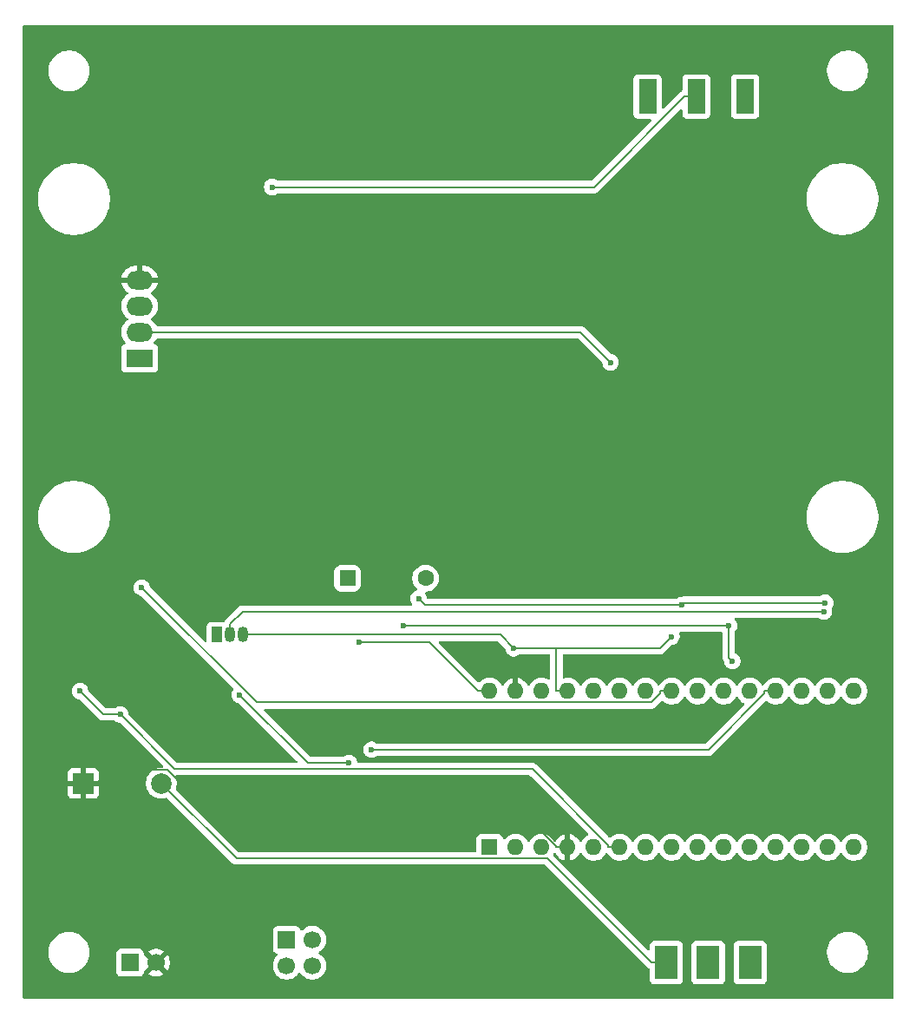
<source format=gbl>
G04 #@! TF.GenerationSoftware,KiCad,Pcbnew,9.0.2*
G04 #@! TF.CreationDate,2025-06-24T21:37:24-04:00*
G04 #@! TF.ProjectId,Shortywithdisplay,53686f72-7479-4776-9974-68646973706c,rev?*
G04 #@! TF.SameCoordinates,Original*
G04 #@! TF.FileFunction,Copper,L2,Bot*
G04 #@! TF.FilePolarity,Positive*
%FSLAX46Y46*%
G04 Gerber Fmt 4.6, Leading zero omitted, Abs format (unit mm)*
G04 Created by KiCad (PCBNEW 9.0.2) date 2025-06-24 21:37:24*
%MOMM*%
%LPD*%
G01*
G04 APERTURE LIST*
G04 Aperture macros list*
%AMRoundRect*
0 Rectangle with rounded corners*
0 $1 Rounding radius*
0 $2 $3 $4 $5 $6 $7 $8 $9 X,Y pos of 4 corners*
0 Add a 4 corners polygon primitive as box body*
4,1,4,$2,$3,$4,$5,$6,$7,$8,$9,$2,$3,0*
0 Add four circle primitives for the rounded corners*
1,1,$1+$1,$2,$3*
1,1,$1+$1,$4,$5*
1,1,$1+$1,$6,$7*
1,1,$1+$1,$8,$9*
0 Add four rect primitives between the rounded corners*
20,1,$1+$1,$2,$3,$4,$5,0*
20,1,$1+$1,$4,$5,$6,$7,0*
20,1,$1+$1,$6,$7,$8,$9,0*
20,1,$1+$1,$8,$9,$2,$3,0*%
G04 Aperture macros list end*
G04 #@! TA.AperFunction,ComponentPad*
%ADD10R,1.050000X1.500000*%
G04 #@! TD*
G04 #@! TA.AperFunction,ComponentPad*
%ADD11O,1.050000X1.500000*%
G04 #@! TD*
G04 #@! TA.AperFunction,ComponentPad*
%ADD12R,2.250000X3.250000*%
G04 #@! TD*
G04 #@! TA.AperFunction,ComponentPad*
%ADD13R,2.600000X1.800000*%
G04 #@! TD*
G04 #@! TA.AperFunction,ComponentPad*
%ADD14O,2.600000X1.800000*%
G04 #@! TD*
G04 #@! TA.AperFunction,ComponentPad*
%ADD15R,1.750000X3.350000*%
G04 #@! TD*
G04 #@! TA.AperFunction,ComponentPad*
%ADD16R,1.600000X1.600000*%
G04 #@! TD*
G04 #@! TA.AperFunction,ComponentPad*
%ADD17O,1.600000X1.600000*%
G04 #@! TD*
G04 #@! TA.AperFunction,ComponentPad*
%ADD18R,1.700000X1.700000*%
G04 #@! TD*
G04 #@! TA.AperFunction,ComponentPad*
%ADD19C,1.700000*%
G04 #@! TD*
G04 #@! TA.AperFunction,ComponentPad*
%ADD20RoundRect,0.250000X-0.550000X-0.550000X0.550000X-0.550000X0.550000X0.550000X-0.550000X0.550000X0*%
G04 #@! TD*
G04 #@! TA.AperFunction,ComponentPad*
%ADD21C,1.600000*%
G04 #@! TD*
G04 #@! TA.AperFunction,ComponentPad*
%ADD22R,2.000000X2.000000*%
G04 #@! TD*
G04 #@! TA.AperFunction,ComponentPad*
%ADD23C,2.000000*%
G04 #@! TD*
G04 #@! TA.AperFunction,ViaPad*
%ADD24C,0.600000*%
G04 #@! TD*
G04 #@! TA.AperFunction,Conductor*
%ADD25C,0.200000*%
G04 #@! TD*
G04 APERTURE END LIST*
D10*
X113960000Y-90000000D03*
D11*
X115230000Y-90000000D03*
X116500000Y-90000000D03*
D12*
X157800000Y-122000000D03*
X161900000Y-122000000D03*
X166000000Y-122000000D03*
D13*
X106400500Y-63019300D03*
D14*
X106400500Y-60479300D03*
X106400500Y-57939300D03*
X106400500Y-55399300D03*
D15*
X155980000Y-37500000D03*
X160740000Y-37500000D03*
X165500000Y-37500000D03*
D16*
X140560000Y-110740000D03*
D17*
X143100000Y-110740000D03*
X145640000Y-110740000D03*
X148180000Y-110740000D03*
X150720000Y-110740000D03*
X153260000Y-110740000D03*
X155800000Y-110740000D03*
X158340000Y-110740000D03*
X160880000Y-110740000D03*
X163420000Y-110740000D03*
X165960000Y-110740000D03*
X168500000Y-110740000D03*
X171040000Y-110740000D03*
X173580000Y-110740000D03*
X176120000Y-110740000D03*
X176120000Y-95500000D03*
X173580000Y-95500000D03*
X171040000Y-95500000D03*
X168500000Y-95500000D03*
X165960000Y-95500000D03*
X163420000Y-95500000D03*
X160880000Y-95500000D03*
X158340000Y-95500000D03*
X155800000Y-95500000D03*
X153260000Y-95500000D03*
X150720000Y-95500000D03*
X148180000Y-95500000D03*
X145640000Y-95500000D03*
X143100000Y-95500000D03*
X140560000Y-95500000D03*
D18*
X105460000Y-122000000D03*
D19*
X108000000Y-122000000D03*
D20*
X126690000Y-84500000D03*
D21*
X134310000Y-84500000D03*
D22*
X100900000Y-104500000D03*
D23*
X108500000Y-104500000D03*
D18*
X120750000Y-119750000D03*
D19*
X120750000Y-122290000D03*
X123250000Y-119750000D03*
X123250000Y-122290000D03*
D24*
X152363800Y-63423200D03*
X170000000Y-85219200D03*
X153156900Y-83810700D03*
X140473800Y-86141700D03*
X125673500Y-106421100D03*
X129029200Y-101219100D03*
X100572500Y-95490400D03*
X104500000Y-97784700D03*
X127814800Y-90736000D03*
X158308800Y-90180400D03*
X142909100Y-91323500D03*
X106601900Y-85398500D03*
X119335000Y-46320600D03*
X173196100Y-87742600D03*
X126822100Y-102503000D03*
X116168800Y-95867200D03*
X173323400Y-86879500D03*
X159299100Y-87096300D03*
X133626300Y-86471300D03*
X164253800Y-92575200D03*
X132101700Y-89143200D03*
X163928500Y-89119200D03*
D25*
X152363800Y-63423200D02*
X149419900Y-60479300D01*
X149419900Y-60479300D02*
X106400500Y-60479300D01*
X142804800Y-83810700D02*
X153156900Y-83810700D01*
X147078300Y-110602300D02*
X142897100Y-106421100D01*
X102201700Y-104500000D02*
X103543500Y-103158200D01*
X103543500Y-103158200D02*
X109152300Y-103158200D01*
X168591500Y-83810700D02*
X170000000Y-85219200D01*
X112415200Y-106421100D02*
X125673500Y-106421100D01*
X140473800Y-86141700D02*
X142804800Y-83810700D01*
X142897100Y-106421100D02*
X125673500Y-106421100D01*
X148180000Y-110740000D02*
X147078300Y-110740000D01*
X147078300Y-110740000D02*
X147078300Y-110602300D01*
X153156900Y-83810700D02*
X168591500Y-83810700D01*
X109152300Y-103158200D02*
X112415200Y-106421100D01*
X100900000Y-104500000D02*
X102201700Y-104500000D01*
X129029200Y-101219100D02*
X161907500Y-101219100D01*
X161907500Y-101219100D02*
X167398300Y-95728300D01*
X167398300Y-95728300D02*
X167398300Y-95500000D01*
X168500000Y-95500000D02*
X167398300Y-95500000D01*
X153260000Y-110740000D02*
X152158300Y-110740000D01*
X104500000Y-97784700D02*
X109820000Y-103104700D01*
X109820000Y-103104700D02*
X144751300Y-103104700D01*
X104500000Y-97784700D02*
X102866800Y-97784700D01*
X102866800Y-97784700D02*
X100572500Y-95490400D01*
X152158300Y-110511700D02*
X152158300Y-110740000D01*
X144751300Y-103104700D02*
X152158300Y-110511700D01*
X134694300Y-90736000D02*
X139458300Y-95500000D01*
X140560000Y-95500000D02*
X139458300Y-95500000D01*
X127814800Y-90736000D02*
X134694300Y-90736000D01*
X147078300Y-91323500D02*
X147078300Y-95500000D01*
X148180000Y-95500000D02*
X147078300Y-95500000D01*
X141585600Y-90000000D02*
X142909100Y-91323500D01*
X147078300Y-91323500D02*
X157165700Y-91323500D01*
X142909100Y-91323500D02*
X147078300Y-91323500D01*
X116500000Y-90000000D02*
X117326700Y-90000000D01*
X157165700Y-91323500D02*
X158308800Y-90180400D01*
X117326700Y-90000000D02*
X141585600Y-90000000D01*
X157238300Y-95500000D02*
X157238300Y-95728300D01*
X117812300Y-96608900D02*
X106601900Y-85398500D01*
X157238300Y-95728300D02*
X156357700Y-96608900D01*
X156357700Y-96608900D02*
X117812300Y-96608900D01*
X158340000Y-95500000D02*
X157238300Y-95500000D01*
X150742700Y-46320600D02*
X159563300Y-37500000D01*
X119335000Y-46320600D02*
X150742700Y-46320600D01*
X160740000Y-37500000D02*
X159563300Y-37500000D01*
X115841700Y-111841700D02*
X146215000Y-111841700D01*
X146215000Y-111841700D02*
X156373300Y-122000000D01*
X157800000Y-122000000D02*
X156373300Y-122000000D01*
X108500000Y-104500000D02*
X115841700Y-111841700D01*
X115230000Y-90000000D02*
X115230000Y-88948300D01*
X173196100Y-87742600D02*
X116435700Y-87742600D01*
X116435700Y-87742600D02*
X115230000Y-88948300D01*
X122804600Y-102503000D02*
X126822100Y-102503000D01*
X116168800Y-95867200D02*
X122804600Y-102503000D01*
X134251300Y-87096300D02*
X159299100Y-87096300D01*
X173323400Y-86879500D02*
X159515900Y-86879500D01*
X133626300Y-86471300D02*
X134251300Y-87096300D01*
X159515900Y-86879500D02*
X159299100Y-87096300D01*
X163904500Y-92225900D02*
X164253800Y-92575200D01*
X132101700Y-89143200D02*
X163904500Y-89143200D01*
X163904500Y-89143200D02*
X163904500Y-92225900D01*
X163904500Y-89143200D02*
X163928500Y-89119200D01*
G04 #@! TA.AperFunction,Conductor*
G36*
X144518242Y-103724885D02*
G01*
X144538884Y-103741519D01*
X150173872Y-109376507D01*
X150207357Y-109437830D01*
X150202373Y-109507522D01*
X150160501Y-109563455D01*
X150142486Y-109574673D01*
X150038386Y-109627715D01*
X149872786Y-109748028D01*
X149728028Y-109892786D01*
X149607713Y-110058388D01*
X149560203Y-110151630D01*
X149512228Y-110202426D01*
X149444407Y-110219220D01*
X149378272Y-110196682D01*
X149339234Y-110151628D01*
X149291861Y-110058652D01*
X149171582Y-109893105D01*
X149171582Y-109893104D01*
X149026895Y-109748417D01*
X148861349Y-109628140D01*
X148679029Y-109535244D01*
X148484413Y-109472009D01*
X148430000Y-109463390D01*
X148430000Y-110306988D01*
X148372993Y-110274075D01*
X148245826Y-110240000D01*
X148114174Y-110240000D01*
X147987007Y-110274075D01*
X147930000Y-110306988D01*
X147930000Y-109463390D01*
X147875586Y-109472009D01*
X147680970Y-109535244D01*
X147498650Y-109628140D01*
X147333105Y-109748417D01*
X147333104Y-109748417D01*
X147188417Y-109893104D01*
X147188417Y-109893105D01*
X147068140Y-110058650D01*
X147020765Y-110151629D01*
X146972790Y-110202425D01*
X146904969Y-110219220D01*
X146838834Y-110196682D01*
X146799795Y-110151629D01*
X146752419Y-110058650D01*
X146752287Y-110058390D01*
X146744556Y-110047749D01*
X146631971Y-109892786D01*
X146487213Y-109748028D01*
X146321613Y-109627715D01*
X146321612Y-109627714D01*
X146321610Y-109627713D01*
X146264653Y-109598691D01*
X146139223Y-109534781D01*
X145944534Y-109471522D01*
X145769995Y-109443878D01*
X145742352Y-109439500D01*
X145537648Y-109439500D01*
X145513329Y-109443351D01*
X145335465Y-109471522D01*
X145140776Y-109534781D01*
X144958386Y-109627715D01*
X144792786Y-109748028D01*
X144648028Y-109892786D01*
X144527715Y-110058386D01*
X144480485Y-110151080D01*
X144432510Y-110201876D01*
X144364689Y-110218671D01*
X144298554Y-110196134D01*
X144259515Y-110151080D01*
X144212419Y-110058650D01*
X144212287Y-110058390D01*
X144204556Y-110047749D01*
X144091971Y-109892786D01*
X143947213Y-109748028D01*
X143781613Y-109627715D01*
X143781612Y-109627714D01*
X143781610Y-109627713D01*
X143724653Y-109598691D01*
X143599223Y-109534781D01*
X143404534Y-109471522D01*
X143229995Y-109443878D01*
X143202352Y-109439500D01*
X142997648Y-109439500D01*
X142973329Y-109443351D01*
X142795465Y-109471522D01*
X142600776Y-109534781D01*
X142418386Y-109627715D01*
X142252786Y-109748028D01*
X142108032Y-109892782D01*
X142081668Y-109929070D01*
X142026338Y-109971735D01*
X141956724Y-109977714D01*
X141894929Y-109945108D01*
X141860572Y-109884269D01*
X141858060Y-109869438D01*
X141857640Y-109865533D01*
X141854091Y-109832517D01*
X141803796Y-109697669D01*
X141803795Y-109697668D01*
X141803793Y-109697664D01*
X141717547Y-109582455D01*
X141717544Y-109582452D01*
X141602335Y-109496206D01*
X141602328Y-109496202D01*
X141467482Y-109445908D01*
X141467483Y-109445908D01*
X141407883Y-109439501D01*
X141407881Y-109439500D01*
X141407873Y-109439500D01*
X141407864Y-109439500D01*
X139712129Y-109439500D01*
X139712123Y-109439501D01*
X139652516Y-109445908D01*
X139517671Y-109496202D01*
X139517664Y-109496206D01*
X139402455Y-109582452D01*
X139402452Y-109582455D01*
X139316206Y-109697664D01*
X139316202Y-109697671D01*
X139265908Y-109832517D01*
X139261939Y-109869438D01*
X139259500Y-109892127D01*
X139259500Y-110547007D01*
X139259501Y-111117200D01*
X139239816Y-111184239D01*
X139187013Y-111229994D01*
X139135501Y-111241200D01*
X116141798Y-111241200D01*
X116074759Y-111221515D01*
X116054117Y-111204881D01*
X109952798Y-105103563D01*
X109919313Y-105042240D01*
X109922547Y-104977566D01*
X109963553Y-104851368D01*
X109988637Y-104692993D01*
X110000500Y-104618097D01*
X110000500Y-104381902D01*
X109963553Y-104148631D01*
X109890565Y-103924000D01*
X109870945Y-103885494D01*
X109858049Y-103816825D01*
X109884326Y-103752085D01*
X109941432Y-103711828D01*
X109981430Y-103705200D01*
X144451203Y-103705200D01*
X144518242Y-103724885D01*
G37*
G04 #@! TD.AperFunction*
G04 #@! TA.AperFunction,Conductor*
G36*
X141352542Y-90620185D02*
G01*
X141373184Y-90636819D01*
X142074525Y-91338160D01*
X142108010Y-91399483D01*
X142108461Y-91401649D01*
X142139361Y-91556991D01*
X142139364Y-91557001D01*
X142199702Y-91702672D01*
X142199709Y-91702685D01*
X142287310Y-91833788D01*
X142287313Y-91833792D01*
X142398807Y-91945286D01*
X142398811Y-91945289D01*
X142529914Y-92032890D01*
X142529927Y-92032897D01*
X142607217Y-92064911D01*
X142675603Y-92093237D01*
X142830253Y-92123999D01*
X142830256Y-92124000D01*
X142830258Y-92124000D01*
X142987944Y-92124000D01*
X142987945Y-92123999D01*
X143142597Y-92093237D01*
X143288279Y-92032894D01*
X143342763Y-91996489D01*
X143419975Y-91944898D01*
X143486653Y-91924020D01*
X143488866Y-91924000D01*
X146353800Y-91924000D01*
X146420839Y-91943685D01*
X146466594Y-91996489D01*
X146477800Y-92048000D01*
X146477800Y-94264945D01*
X146458115Y-94331984D01*
X146405311Y-94377739D01*
X146336153Y-94387683D01*
X146297505Y-94375430D01*
X146139223Y-94294782D01*
X146139222Y-94294781D01*
X146139219Y-94294780D01*
X146059035Y-94268726D01*
X145944534Y-94231522D01*
X145769995Y-94203878D01*
X145742352Y-94199500D01*
X145537648Y-94199500D01*
X145513329Y-94203351D01*
X145335465Y-94231522D01*
X145140776Y-94294781D01*
X144958386Y-94387715D01*
X144792786Y-94508028D01*
X144648028Y-94652786D01*
X144527713Y-94818388D01*
X144480203Y-94911630D01*
X144432228Y-94962426D01*
X144364407Y-94979220D01*
X144298272Y-94956682D01*
X144259234Y-94911628D01*
X144211861Y-94818652D01*
X144091582Y-94653105D01*
X144091582Y-94653104D01*
X143946895Y-94508417D01*
X143781349Y-94388140D01*
X143599029Y-94295244D01*
X143404413Y-94232009D01*
X143350000Y-94223390D01*
X143350000Y-95066988D01*
X143292993Y-95034075D01*
X143165826Y-95000000D01*
X143034174Y-95000000D01*
X142907007Y-95034075D01*
X142850000Y-95066988D01*
X142850000Y-94223390D01*
X142795586Y-94232009D01*
X142600970Y-94295244D01*
X142418650Y-94388140D01*
X142253105Y-94508417D01*
X142253104Y-94508417D01*
X142108417Y-94653104D01*
X142108417Y-94653105D01*
X141988140Y-94818650D01*
X141940765Y-94911629D01*
X141892790Y-94962425D01*
X141824969Y-94979220D01*
X141758834Y-94956682D01*
X141719795Y-94911629D01*
X141708990Y-94890424D01*
X141672287Y-94818390D01*
X141664556Y-94807749D01*
X141551971Y-94652786D01*
X141407213Y-94508028D01*
X141241613Y-94387715D01*
X141241612Y-94387714D01*
X141241610Y-94387713D01*
X141184653Y-94358691D01*
X141059223Y-94294781D01*
X140864534Y-94231522D01*
X140689995Y-94203878D01*
X140662352Y-94199500D01*
X140457648Y-94199500D01*
X140433329Y-94203351D01*
X140255465Y-94231522D01*
X140060776Y-94294781D01*
X139878386Y-94387715D01*
X139712786Y-94508028D01*
X139712782Y-94508032D01*
X139601856Y-94618959D01*
X139540533Y-94652444D01*
X139470841Y-94647460D01*
X139426494Y-94618959D01*
X135619716Y-90812181D01*
X135586231Y-90750858D01*
X135591215Y-90681166D01*
X135633087Y-90625233D01*
X135698551Y-90600816D01*
X135707397Y-90600500D01*
X141285503Y-90600500D01*
X141352542Y-90620185D01*
G37*
G04 #@! TD.AperFunction*
G04 #@! TA.AperFunction,Conductor*
G36*
X179942539Y-30520185D02*
G01*
X179988294Y-30572989D01*
X179999500Y-30624500D01*
X179999500Y-125375500D01*
X179979815Y-125442539D01*
X179927011Y-125488294D01*
X179875500Y-125499500D01*
X95124500Y-125499500D01*
X95057461Y-125479815D01*
X95011706Y-125427011D01*
X95000500Y-125375500D01*
X95000500Y-120868872D01*
X97499500Y-120868872D01*
X97499500Y-121131127D01*
X97516453Y-121259890D01*
X97533730Y-121391116D01*
X97594378Y-121617459D01*
X97601602Y-121644418D01*
X97601605Y-121644428D01*
X97701953Y-121886690D01*
X97701958Y-121886700D01*
X97833075Y-122113803D01*
X97992718Y-122321851D01*
X97992726Y-122321860D01*
X98178140Y-122507274D01*
X98178148Y-122507281D01*
X98386196Y-122666924D01*
X98613299Y-122798041D01*
X98613309Y-122798046D01*
X98855571Y-122898394D01*
X98855581Y-122898398D01*
X99108884Y-122966270D01*
X99368880Y-123000500D01*
X99368887Y-123000500D01*
X99631113Y-123000500D01*
X99631120Y-123000500D01*
X99891116Y-122966270D01*
X100144419Y-122898398D01*
X100382856Y-122799634D01*
X100386690Y-122798046D01*
X100386691Y-122798045D01*
X100386697Y-122798043D01*
X100613803Y-122666924D01*
X100821851Y-122507282D01*
X100821855Y-122507277D01*
X100821860Y-122507274D01*
X101007274Y-122321860D01*
X101007277Y-122321855D01*
X101007282Y-122321851D01*
X101166924Y-122113803D01*
X101298043Y-121886697D01*
X101398398Y-121644419D01*
X101466270Y-121391116D01*
X101500500Y-121131120D01*
X101500500Y-121102135D01*
X104109500Y-121102135D01*
X104109500Y-122897870D01*
X104109501Y-122897876D01*
X104115908Y-122957483D01*
X104166202Y-123092328D01*
X104166206Y-123092335D01*
X104252452Y-123207544D01*
X104252455Y-123207547D01*
X104367664Y-123293793D01*
X104367671Y-123293797D01*
X104502517Y-123344091D01*
X104502516Y-123344091D01*
X104509444Y-123344835D01*
X104562127Y-123350500D01*
X106357872Y-123350499D01*
X106417483Y-123344091D01*
X106552331Y-123293796D01*
X106667546Y-123207546D01*
X106753796Y-123092331D01*
X106804091Y-122957483D01*
X106810500Y-122897873D01*
X106810499Y-122873979D01*
X106813330Y-122860963D01*
X106823940Y-122841525D01*
X106830179Y-122820275D01*
X106846803Y-122799643D01*
X106846808Y-122799636D01*
X106846811Y-122799634D01*
X106846818Y-122799626D01*
X107517037Y-122129408D01*
X107534075Y-122192993D01*
X107599901Y-122307007D01*
X107692993Y-122400099D01*
X107807007Y-122465925D01*
X107870590Y-122482962D01*
X107238282Y-123115269D01*
X107238282Y-123115270D01*
X107292449Y-123154624D01*
X107481782Y-123251095D01*
X107683870Y-123316757D01*
X107893754Y-123350000D01*
X108106246Y-123350000D01*
X108316127Y-123316757D01*
X108316130Y-123316757D01*
X108518217Y-123251095D01*
X108707554Y-123154622D01*
X108761716Y-123115270D01*
X108761717Y-123115270D01*
X108129408Y-122482962D01*
X108192993Y-122465925D01*
X108307007Y-122400099D01*
X108400099Y-122307007D01*
X108465925Y-122192993D01*
X108482962Y-122129409D01*
X109115270Y-122761717D01*
X109115270Y-122761716D01*
X109154622Y-122707554D01*
X109251095Y-122518217D01*
X109316757Y-122316130D01*
X109316757Y-122316127D01*
X109350000Y-122106246D01*
X109350000Y-121893753D01*
X109316757Y-121683872D01*
X109316757Y-121683869D01*
X109251095Y-121481782D01*
X109154624Y-121292449D01*
X109115270Y-121238282D01*
X109115269Y-121238282D01*
X108482962Y-121870590D01*
X108465925Y-121807007D01*
X108400099Y-121692993D01*
X108307007Y-121599901D01*
X108192993Y-121534075D01*
X108129409Y-121517037D01*
X108761716Y-120884728D01*
X108707550Y-120845375D01*
X108518217Y-120748904D01*
X108316129Y-120683242D01*
X108106246Y-120650000D01*
X107893754Y-120650000D01*
X107683872Y-120683242D01*
X107683869Y-120683242D01*
X107481782Y-120748904D01*
X107292439Y-120845380D01*
X107238282Y-120884727D01*
X107238282Y-120884728D01*
X107870591Y-121517037D01*
X107807007Y-121534075D01*
X107692993Y-121599901D01*
X107599901Y-121692993D01*
X107534075Y-121807007D01*
X107517037Y-121870591D01*
X106846818Y-121200372D01*
X106813333Y-121139049D01*
X106813330Y-121139036D01*
X106810499Y-121126015D01*
X106810499Y-121102128D01*
X106804091Y-121042517D01*
X106775926Y-120967002D01*
X106753798Y-120907673D01*
X106753793Y-120907664D01*
X106667547Y-120792455D01*
X106667544Y-120792452D01*
X106552335Y-120706206D01*
X106552328Y-120706202D01*
X106417482Y-120655908D01*
X106417483Y-120655908D01*
X106357883Y-120649501D01*
X106357881Y-120649500D01*
X106357873Y-120649500D01*
X106357864Y-120649500D01*
X104562129Y-120649500D01*
X104562123Y-120649501D01*
X104502516Y-120655908D01*
X104367671Y-120706202D01*
X104367664Y-120706206D01*
X104252455Y-120792452D01*
X104252452Y-120792455D01*
X104166206Y-120907664D01*
X104166202Y-120907671D01*
X104115908Y-121042517D01*
X104109501Y-121102116D01*
X104109500Y-121102135D01*
X101500500Y-121102135D01*
X101500500Y-120868880D01*
X101466270Y-120608884D01*
X101398398Y-120355581D01*
X101386613Y-120327129D01*
X101298046Y-120113309D01*
X101298041Y-120113299D01*
X101166924Y-119886196D01*
X101007281Y-119678148D01*
X101007274Y-119678140D01*
X100821860Y-119492726D01*
X100821851Y-119492718D01*
X100613803Y-119333075D01*
X100386700Y-119201958D01*
X100386690Y-119201953D01*
X100144428Y-119101605D01*
X100144421Y-119101603D01*
X100144419Y-119101602D01*
X99891116Y-119033730D01*
X99833339Y-119026123D01*
X99631127Y-118999500D01*
X99631120Y-118999500D01*
X99368880Y-118999500D01*
X99368872Y-118999500D01*
X99137772Y-119029926D01*
X99108884Y-119033730D01*
X98855581Y-119101602D01*
X98855571Y-119101605D01*
X98613309Y-119201953D01*
X98613299Y-119201958D01*
X98386196Y-119333075D01*
X98178148Y-119492718D01*
X97992718Y-119678148D01*
X97833075Y-119886196D01*
X97701958Y-120113299D01*
X97701953Y-120113309D01*
X97601605Y-120355571D01*
X97601602Y-120355581D01*
X97533730Y-120608885D01*
X97499500Y-120868872D01*
X95000500Y-120868872D01*
X95000500Y-118852135D01*
X119399500Y-118852135D01*
X119399500Y-120647870D01*
X119399501Y-120647876D01*
X119405908Y-120707483D01*
X119456202Y-120842328D01*
X119456206Y-120842335D01*
X119542452Y-120957544D01*
X119542455Y-120957547D01*
X119657664Y-121043793D01*
X119657671Y-121043797D01*
X119789082Y-121092810D01*
X119845016Y-121134681D01*
X119869433Y-121200145D01*
X119854582Y-121268418D01*
X119833431Y-121296673D01*
X119719889Y-121410215D01*
X119594951Y-121582179D01*
X119498444Y-121771585D01*
X119432753Y-121973760D01*
X119399500Y-122183713D01*
X119399500Y-122396286D01*
X119426762Y-122568415D01*
X119432754Y-122606243D01*
X119495591Y-122799636D01*
X119498444Y-122808414D01*
X119594951Y-122997820D01*
X119719890Y-123169786D01*
X119870213Y-123320109D01*
X120042179Y-123445048D01*
X120042181Y-123445049D01*
X120042184Y-123445051D01*
X120231588Y-123541557D01*
X120433757Y-123607246D01*
X120643713Y-123640500D01*
X120643714Y-123640500D01*
X120856286Y-123640500D01*
X120856287Y-123640500D01*
X121066243Y-123607246D01*
X121268412Y-123541557D01*
X121457816Y-123445051D01*
X121479789Y-123429086D01*
X121629786Y-123320109D01*
X121629788Y-123320106D01*
X121629792Y-123320104D01*
X121780104Y-123169792D01*
X121899683Y-123005204D01*
X121955011Y-122962540D01*
X122024624Y-122956561D01*
X122086420Y-122989166D01*
X122100313Y-123005199D01*
X122208876Y-123154624D01*
X122219896Y-123169792D01*
X122370213Y-123320109D01*
X122542179Y-123445048D01*
X122542181Y-123445049D01*
X122542184Y-123445051D01*
X122731588Y-123541557D01*
X122933757Y-123607246D01*
X123143713Y-123640500D01*
X123143714Y-123640500D01*
X123356286Y-123640500D01*
X123356287Y-123640500D01*
X123566243Y-123607246D01*
X123768412Y-123541557D01*
X123957816Y-123445051D01*
X123979789Y-123429086D01*
X124129786Y-123320109D01*
X124129788Y-123320106D01*
X124129792Y-123320104D01*
X124280104Y-123169792D01*
X124280106Y-123169788D01*
X124280109Y-123169786D01*
X124405048Y-122997820D01*
X124405047Y-122997820D01*
X124405051Y-122997816D01*
X124501557Y-122808412D01*
X124567246Y-122606243D01*
X124600500Y-122396287D01*
X124600500Y-122183713D01*
X124567246Y-121973757D01*
X124501557Y-121771588D01*
X124405051Y-121582184D01*
X124405049Y-121582181D01*
X124405048Y-121582179D01*
X124280109Y-121410213D01*
X124129786Y-121259890D01*
X123957820Y-121134951D01*
X123957115Y-121134591D01*
X123949054Y-121130485D01*
X123898259Y-121082512D01*
X123881463Y-121014692D01*
X123903999Y-120948556D01*
X123949054Y-120909515D01*
X123957816Y-120905051D01*
X124007593Y-120868886D01*
X124129786Y-120780109D01*
X124129788Y-120780106D01*
X124129792Y-120780104D01*
X124280104Y-120629792D01*
X124280106Y-120629788D01*
X124280109Y-120629786D01*
X124405048Y-120457820D01*
X124405047Y-120457820D01*
X124405051Y-120457816D01*
X124501557Y-120268412D01*
X124567246Y-120066243D01*
X124600500Y-119856287D01*
X124600500Y-119643713D01*
X124567246Y-119433757D01*
X124501557Y-119231588D01*
X124405051Y-119042184D01*
X124405049Y-119042181D01*
X124405048Y-119042179D01*
X124280109Y-118870213D01*
X124129786Y-118719890D01*
X123957820Y-118594951D01*
X123768414Y-118498444D01*
X123768413Y-118498443D01*
X123768412Y-118498443D01*
X123566243Y-118432754D01*
X123566241Y-118432753D01*
X123566240Y-118432753D01*
X123404957Y-118407208D01*
X123356287Y-118399500D01*
X123143713Y-118399500D01*
X123095042Y-118407208D01*
X122933760Y-118432753D01*
X122731585Y-118498444D01*
X122542179Y-118594951D01*
X122370215Y-118719889D01*
X122285807Y-118804297D01*
X122224483Y-118837781D01*
X122154792Y-118832797D01*
X122098858Y-118790925D01*
X122081944Y-118759948D01*
X122043797Y-118657671D01*
X122043793Y-118657664D01*
X121957547Y-118542455D01*
X121957544Y-118542452D01*
X121842335Y-118456206D01*
X121842328Y-118456202D01*
X121707482Y-118405908D01*
X121707483Y-118405908D01*
X121647883Y-118399501D01*
X121647881Y-118399500D01*
X121647873Y-118399500D01*
X121647864Y-118399500D01*
X119852129Y-118399500D01*
X119852123Y-118399501D01*
X119792516Y-118405908D01*
X119657671Y-118456202D01*
X119657664Y-118456206D01*
X119542455Y-118542452D01*
X119542452Y-118542455D01*
X119456206Y-118657664D01*
X119456202Y-118657671D01*
X119405908Y-118792517D01*
X119399501Y-118852116D01*
X119399500Y-118852135D01*
X95000500Y-118852135D01*
X95000500Y-103452155D01*
X99400000Y-103452155D01*
X99400000Y-104250000D01*
X100466988Y-104250000D01*
X100434075Y-104307007D01*
X100400000Y-104434174D01*
X100400000Y-104565826D01*
X100434075Y-104692993D01*
X100466988Y-104750000D01*
X99400000Y-104750000D01*
X99400000Y-105547844D01*
X99406401Y-105607372D01*
X99406403Y-105607379D01*
X99456645Y-105742086D01*
X99456649Y-105742093D01*
X99542809Y-105857187D01*
X99542812Y-105857190D01*
X99657906Y-105943350D01*
X99657913Y-105943354D01*
X99792620Y-105993596D01*
X99792627Y-105993598D01*
X99852155Y-105999999D01*
X99852172Y-106000000D01*
X100650000Y-106000000D01*
X100650000Y-104933012D01*
X100707007Y-104965925D01*
X100834174Y-105000000D01*
X100965826Y-105000000D01*
X101092993Y-104965925D01*
X101150000Y-104933012D01*
X101150000Y-106000000D01*
X101947828Y-106000000D01*
X101947844Y-105999999D01*
X102007372Y-105993598D01*
X102007379Y-105993596D01*
X102142086Y-105943354D01*
X102142093Y-105943350D01*
X102257187Y-105857190D01*
X102257190Y-105857187D01*
X102343350Y-105742093D01*
X102343354Y-105742086D01*
X102393596Y-105607379D01*
X102393598Y-105607372D01*
X102399999Y-105547844D01*
X102400000Y-105547827D01*
X102400000Y-104750000D01*
X101333012Y-104750000D01*
X101365925Y-104692993D01*
X101400000Y-104565826D01*
X101400000Y-104434174D01*
X101365925Y-104307007D01*
X101333012Y-104250000D01*
X102400000Y-104250000D01*
X102400000Y-103452172D01*
X102399999Y-103452155D01*
X102393598Y-103392627D01*
X102393596Y-103392620D01*
X102343354Y-103257913D01*
X102343350Y-103257906D01*
X102257190Y-103142812D01*
X102257187Y-103142809D01*
X102142093Y-103056649D01*
X102142086Y-103056645D01*
X102007379Y-103006403D01*
X102007372Y-103006401D01*
X101947844Y-103000000D01*
X101150000Y-103000000D01*
X101150000Y-104066988D01*
X101092993Y-104034075D01*
X100965826Y-104000000D01*
X100834174Y-104000000D01*
X100707007Y-104034075D01*
X100650000Y-104066988D01*
X100650000Y-103000000D01*
X99852155Y-103000000D01*
X99792627Y-103006401D01*
X99792620Y-103006403D01*
X99657913Y-103056645D01*
X99657906Y-103056649D01*
X99542812Y-103142809D01*
X99542809Y-103142812D01*
X99456649Y-103257906D01*
X99456645Y-103257913D01*
X99406403Y-103392620D01*
X99406401Y-103392627D01*
X99400000Y-103452155D01*
X95000500Y-103452155D01*
X95000500Y-95411553D01*
X99772000Y-95411553D01*
X99772000Y-95569246D01*
X99802761Y-95723889D01*
X99802764Y-95723901D01*
X99863102Y-95869572D01*
X99863109Y-95869585D01*
X99950710Y-96000688D01*
X99950713Y-96000692D01*
X100062207Y-96112186D01*
X100062211Y-96112189D01*
X100193314Y-96199790D01*
X100193327Y-96199797D01*
X100305771Y-96246372D01*
X100339003Y-96260137D01*
X100403647Y-96272995D01*
X100494349Y-96291038D01*
X100556260Y-96323423D01*
X100557839Y-96324974D01*
X102381939Y-98149074D01*
X102381949Y-98149085D01*
X102386279Y-98153415D01*
X102386280Y-98153416D01*
X102498084Y-98265220D01*
X102584895Y-98315339D01*
X102584897Y-98315341D01*
X102622951Y-98337311D01*
X102635015Y-98344277D01*
X102787743Y-98385200D01*
X102945857Y-98385200D01*
X103920234Y-98385200D01*
X103987273Y-98404885D01*
X103989125Y-98406098D01*
X104120814Y-98494090D01*
X104120827Y-98494097D01*
X104266498Y-98554435D01*
X104266503Y-98554437D01*
X104331147Y-98567295D01*
X104421849Y-98585338D01*
X104483760Y-98617723D01*
X104485339Y-98619274D01*
X108653884Y-102787819D01*
X108687369Y-102849142D01*
X108682385Y-102918834D01*
X108640513Y-102974767D01*
X108575049Y-102999184D01*
X108566203Y-102999500D01*
X108381903Y-102999500D01*
X108148631Y-103036446D01*
X107924003Y-103109433D01*
X107713566Y-103216657D01*
X107656783Y-103257913D01*
X107522490Y-103355483D01*
X107522488Y-103355485D01*
X107522487Y-103355485D01*
X107355485Y-103522487D01*
X107355485Y-103522488D01*
X107355483Y-103522490D01*
X107295862Y-103604550D01*
X107216657Y-103713566D01*
X107109433Y-103924003D01*
X107036446Y-104148631D01*
X106999500Y-104381902D01*
X106999500Y-104618097D01*
X107036446Y-104851368D01*
X107109433Y-105075996D01*
X107216657Y-105286433D01*
X107355483Y-105477510D01*
X107522490Y-105644517D01*
X107713567Y-105783343D01*
X107812991Y-105834002D01*
X107924003Y-105890566D01*
X107924005Y-105890566D01*
X107924008Y-105890568D01*
X108016292Y-105920553D01*
X108148631Y-105963553D01*
X108381903Y-106000500D01*
X108381908Y-106000500D01*
X108618097Y-106000500D01*
X108724126Y-105983705D01*
X108851368Y-105963553D01*
X108977566Y-105922547D01*
X109047404Y-105920553D01*
X109103562Y-105952797D01*
X115472984Y-112322220D01*
X115472986Y-112322221D01*
X115472990Y-112322224D01*
X115609909Y-112401273D01*
X115609916Y-112401277D01*
X115762643Y-112442201D01*
X115762645Y-112442201D01*
X115928354Y-112442201D01*
X115928370Y-112442200D01*
X145914903Y-112442200D01*
X145981942Y-112461885D01*
X146002583Y-112478518D01*
X156004584Y-122480520D01*
X156112501Y-122542825D01*
X156160715Y-122593390D01*
X156174500Y-122650211D01*
X156174500Y-123672870D01*
X156174501Y-123672876D01*
X156180908Y-123732483D01*
X156231202Y-123867328D01*
X156231206Y-123867335D01*
X156317452Y-123982544D01*
X156317455Y-123982547D01*
X156432664Y-124068793D01*
X156432671Y-124068797D01*
X156567517Y-124119091D01*
X156567516Y-124119091D01*
X156574444Y-124119835D01*
X156627127Y-124125500D01*
X158972872Y-124125499D01*
X159032483Y-124119091D01*
X159167331Y-124068796D01*
X159282546Y-123982546D01*
X159368796Y-123867331D01*
X159419091Y-123732483D01*
X159425500Y-123672873D01*
X159425499Y-120327135D01*
X160274500Y-120327135D01*
X160274500Y-123672870D01*
X160274501Y-123672876D01*
X160280908Y-123732483D01*
X160331202Y-123867328D01*
X160331206Y-123867335D01*
X160417452Y-123982544D01*
X160417455Y-123982547D01*
X160532664Y-124068793D01*
X160532671Y-124068797D01*
X160667517Y-124119091D01*
X160667516Y-124119091D01*
X160674444Y-124119835D01*
X160727127Y-124125500D01*
X163072872Y-124125499D01*
X163132483Y-124119091D01*
X163267331Y-124068796D01*
X163382546Y-123982546D01*
X163468796Y-123867331D01*
X163519091Y-123732483D01*
X163525500Y-123672873D01*
X163525499Y-120327135D01*
X164374500Y-120327135D01*
X164374500Y-123672870D01*
X164374501Y-123672876D01*
X164380908Y-123732483D01*
X164431202Y-123867328D01*
X164431206Y-123867335D01*
X164517452Y-123982544D01*
X164517455Y-123982547D01*
X164632664Y-124068793D01*
X164632671Y-124068797D01*
X164767517Y-124119091D01*
X164767516Y-124119091D01*
X164774444Y-124119835D01*
X164827127Y-124125500D01*
X167172872Y-124125499D01*
X167232483Y-124119091D01*
X167367331Y-124068796D01*
X167482546Y-123982546D01*
X167568796Y-123867331D01*
X167619091Y-123732483D01*
X167625500Y-123672873D01*
X167625499Y-120868872D01*
X173499500Y-120868872D01*
X173499500Y-121131127D01*
X173516453Y-121259890D01*
X173533730Y-121391116D01*
X173594378Y-121617459D01*
X173601602Y-121644418D01*
X173601605Y-121644428D01*
X173701953Y-121886690D01*
X173701958Y-121886700D01*
X173833075Y-122113803D01*
X173992718Y-122321851D01*
X173992726Y-122321860D01*
X174178140Y-122507274D01*
X174178148Y-122507281D01*
X174386196Y-122666924D01*
X174613299Y-122798041D01*
X174613309Y-122798046D01*
X174855571Y-122898394D01*
X174855581Y-122898398D01*
X175108884Y-122966270D01*
X175368880Y-123000500D01*
X175368887Y-123000500D01*
X175631113Y-123000500D01*
X175631120Y-123000500D01*
X175891116Y-122966270D01*
X176144419Y-122898398D01*
X176382856Y-122799634D01*
X176386690Y-122798046D01*
X176386691Y-122798045D01*
X176386697Y-122798043D01*
X176613803Y-122666924D01*
X176821851Y-122507282D01*
X176821855Y-122507277D01*
X176821860Y-122507274D01*
X177007274Y-122321860D01*
X177007277Y-122321855D01*
X177007282Y-122321851D01*
X177166924Y-122113803D01*
X177298043Y-121886697D01*
X177398398Y-121644419D01*
X177466270Y-121391116D01*
X177500500Y-121131120D01*
X177500500Y-120868880D01*
X177466270Y-120608884D01*
X177398398Y-120355581D01*
X177386613Y-120327129D01*
X177298046Y-120113309D01*
X177298041Y-120113299D01*
X177166924Y-119886196D01*
X177007281Y-119678148D01*
X177007274Y-119678140D01*
X176821860Y-119492726D01*
X176821851Y-119492718D01*
X176613803Y-119333075D01*
X176386700Y-119201958D01*
X176386690Y-119201953D01*
X176144428Y-119101605D01*
X176144421Y-119101603D01*
X176144419Y-119101602D01*
X175891116Y-119033730D01*
X175833339Y-119026123D01*
X175631127Y-118999500D01*
X175631120Y-118999500D01*
X175368880Y-118999500D01*
X175368872Y-118999500D01*
X175137772Y-119029926D01*
X175108884Y-119033730D01*
X174855581Y-119101602D01*
X174855571Y-119101605D01*
X174613309Y-119201953D01*
X174613299Y-119201958D01*
X174386196Y-119333075D01*
X174178148Y-119492718D01*
X173992718Y-119678148D01*
X173833075Y-119886196D01*
X173701958Y-120113299D01*
X173701953Y-120113309D01*
X173601605Y-120355571D01*
X173601602Y-120355581D01*
X173533730Y-120608885D01*
X173499500Y-120868872D01*
X167625499Y-120868872D01*
X167625499Y-120327128D01*
X167620299Y-120278757D01*
X167619091Y-120267516D01*
X167568797Y-120132671D01*
X167568793Y-120132664D01*
X167482547Y-120017455D01*
X167482544Y-120017452D01*
X167367335Y-119931206D01*
X167367328Y-119931202D01*
X167232482Y-119880908D01*
X167232483Y-119880908D01*
X167172883Y-119874501D01*
X167172881Y-119874500D01*
X167172873Y-119874500D01*
X167172864Y-119874500D01*
X164827129Y-119874500D01*
X164827123Y-119874501D01*
X164767516Y-119880908D01*
X164632671Y-119931202D01*
X164632664Y-119931206D01*
X164517455Y-120017452D01*
X164517452Y-120017455D01*
X164431206Y-120132664D01*
X164431202Y-120132671D01*
X164380908Y-120267517D01*
X164374501Y-120327116D01*
X164374501Y-120327123D01*
X164374500Y-120327135D01*
X163525499Y-120327135D01*
X163525499Y-120327128D01*
X163520580Y-120281369D01*
X163519091Y-120267516D01*
X163468797Y-120132671D01*
X163468793Y-120132664D01*
X163382547Y-120017455D01*
X163382544Y-120017452D01*
X163267335Y-119931206D01*
X163267328Y-119931202D01*
X163132482Y-119880908D01*
X163132483Y-119880908D01*
X163072883Y-119874501D01*
X163072881Y-119874500D01*
X163072873Y-119874500D01*
X163072864Y-119874500D01*
X160727129Y-119874500D01*
X160727123Y-119874501D01*
X160667516Y-119880908D01*
X160532671Y-119931202D01*
X160532664Y-119931206D01*
X160417455Y-120017452D01*
X160417452Y-120017455D01*
X160331206Y-120132664D01*
X160331202Y-120132671D01*
X160280908Y-120267517D01*
X160274501Y-120327116D01*
X160274501Y-120327123D01*
X160274500Y-120327135D01*
X159425499Y-120327135D01*
X159425499Y-120327128D01*
X159420580Y-120281369D01*
X159419091Y-120267516D01*
X159368797Y-120132671D01*
X159368793Y-120132664D01*
X159282547Y-120017455D01*
X159282544Y-120017452D01*
X159167335Y-119931206D01*
X159167328Y-119931202D01*
X159032482Y-119880908D01*
X159032483Y-119880908D01*
X158972883Y-119874501D01*
X158972881Y-119874500D01*
X158972873Y-119874500D01*
X158972864Y-119874500D01*
X156627129Y-119874500D01*
X156627123Y-119874501D01*
X156567516Y-119880908D01*
X156432671Y-119931202D01*
X156432664Y-119931206D01*
X156317455Y-120017452D01*
X156317452Y-120017455D01*
X156231206Y-120132664D01*
X156231202Y-120132671D01*
X156180908Y-120267517D01*
X156174501Y-120327116D01*
X156174501Y-120327123D01*
X156174500Y-120327135D01*
X156174500Y-120652602D01*
X156154815Y-120719641D01*
X156102011Y-120765396D01*
X156032853Y-120775340D01*
X155969297Y-120746315D01*
X155962819Y-120740283D01*
X146779489Y-111556954D01*
X146746004Y-111495631D01*
X146750988Y-111425939D01*
X146756685Y-111412978D01*
X146784199Y-111358980D01*
X146799795Y-111328369D01*
X146847770Y-111277574D01*
X146915591Y-111260779D01*
X146981726Y-111283316D01*
X147020765Y-111328370D01*
X147068140Y-111421349D01*
X147188417Y-111586894D01*
X147188417Y-111586895D01*
X147333104Y-111731582D01*
X147498650Y-111851859D01*
X147680968Y-111944754D01*
X147875578Y-112007988D01*
X147930000Y-112016607D01*
X147930000Y-111173012D01*
X147987007Y-111205925D01*
X148114174Y-111240000D01*
X148245826Y-111240000D01*
X148372993Y-111205925D01*
X148430000Y-111173012D01*
X148430000Y-112016606D01*
X148484421Y-112007988D01*
X148679031Y-111944754D01*
X148861349Y-111851859D01*
X149026894Y-111731582D01*
X149026895Y-111731582D01*
X149171582Y-111586895D01*
X149171582Y-111586894D01*
X149291861Y-111421347D01*
X149339234Y-111328371D01*
X149387208Y-111277575D01*
X149455028Y-111260779D01*
X149521164Y-111283316D01*
X149560203Y-111328369D01*
X149607713Y-111421611D01*
X149728028Y-111587213D01*
X149872786Y-111731971D01*
X150027749Y-111844556D01*
X150038390Y-111852287D01*
X150154607Y-111911503D01*
X150220776Y-111945218D01*
X150220778Y-111945218D01*
X150220781Y-111945220D01*
X150325137Y-111979127D01*
X150415465Y-112008477D01*
X150516557Y-112024488D01*
X150617648Y-112040500D01*
X150617649Y-112040500D01*
X150822351Y-112040500D01*
X150822352Y-112040500D01*
X151024534Y-112008477D01*
X151219219Y-111945220D01*
X151401610Y-111852287D01*
X151494590Y-111784732D01*
X151567213Y-111731971D01*
X151567215Y-111731968D01*
X151567219Y-111731966D01*
X151711966Y-111587219D01*
X151711968Y-111587215D01*
X151711971Y-111587213D01*
X151832286Y-111421611D01*
X151832289Y-111421607D01*
X151852729Y-111381489D01*
X151873988Y-111358980D01*
X151893711Y-111335093D01*
X151897775Y-111333793D01*
X151900703Y-111330694D01*
X151930755Y-111323251D01*
X151960263Y-111313819D01*
X151966048Y-111314510D01*
X151968523Y-111313898D01*
X151995301Y-111318008D01*
X152057350Y-111334633D01*
X152117009Y-111370998D01*
X152135738Y-111398111D01*
X152147710Y-111421607D01*
X152147712Y-111421610D01*
X152268028Y-111587213D01*
X152412786Y-111731971D01*
X152567749Y-111844556D01*
X152578390Y-111852287D01*
X152694607Y-111911503D01*
X152760776Y-111945218D01*
X152760778Y-111945218D01*
X152760781Y-111945220D01*
X152865137Y-111979127D01*
X152955465Y-112008477D01*
X153056557Y-112024488D01*
X153157648Y-112040500D01*
X153157649Y-112040500D01*
X153362351Y-112040500D01*
X153362352Y-112040500D01*
X153564534Y-112008477D01*
X153759219Y-111945220D01*
X153941610Y-111852287D01*
X154034590Y-111784732D01*
X154107213Y-111731971D01*
X154107215Y-111731968D01*
X154107219Y-111731966D01*
X154251966Y-111587219D01*
X154251968Y-111587215D01*
X154251971Y-111587213D01*
X154372284Y-111421614D01*
X154372286Y-111421611D01*
X154372287Y-111421610D01*
X154419516Y-111328917D01*
X154467489Y-111278123D01*
X154535310Y-111261328D01*
X154601445Y-111283865D01*
X154640483Y-111328917D01*
X154661925Y-111370998D01*
X154687715Y-111421614D01*
X154808028Y-111587213D01*
X154952786Y-111731971D01*
X155107749Y-111844556D01*
X155118390Y-111852287D01*
X155234607Y-111911503D01*
X155300776Y-111945218D01*
X155300778Y-111945218D01*
X155300781Y-111945220D01*
X155405137Y-111979127D01*
X155495465Y-112008477D01*
X155596557Y-112024488D01*
X155697648Y-112040500D01*
X155697649Y-112040500D01*
X155902351Y-112040500D01*
X155902352Y-112040500D01*
X156104534Y-112008477D01*
X156299219Y-111945220D01*
X156481610Y-111852287D01*
X156574590Y-111784732D01*
X156647213Y-111731971D01*
X156647215Y-111731968D01*
X156647219Y-111731966D01*
X156791966Y-111587219D01*
X156791968Y-111587215D01*
X156791971Y-111587213D01*
X156912284Y-111421614D01*
X156912286Y-111421611D01*
X156912287Y-111421610D01*
X156959516Y-111328917D01*
X157007489Y-111278123D01*
X157075310Y-111261328D01*
X157141445Y-111283865D01*
X157180483Y-111328917D01*
X157201925Y-111370998D01*
X157227715Y-111421614D01*
X157348028Y-111587213D01*
X157492786Y-111731971D01*
X157647749Y-111844556D01*
X157658390Y-111852287D01*
X157774607Y-111911503D01*
X157840776Y-111945218D01*
X157840778Y-111945218D01*
X157840781Y-111945220D01*
X157945137Y-111979127D01*
X158035465Y-112008477D01*
X158136557Y-112024488D01*
X158237648Y-112040500D01*
X158237649Y-112040500D01*
X158442351Y-112040500D01*
X158442352Y-112040500D01*
X158644534Y-112008477D01*
X158839219Y-111945220D01*
X159021610Y-111852287D01*
X159114590Y-111784732D01*
X159187213Y-111731971D01*
X159187215Y-111731968D01*
X159187219Y-111731966D01*
X159331966Y-111587219D01*
X159331968Y-111587215D01*
X159331971Y-111587213D01*
X159452284Y-111421614D01*
X159452286Y-111421611D01*
X159452287Y-111421610D01*
X159499516Y-111328917D01*
X159547489Y-111278123D01*
X159615310Y-111261328D01*
X159681445Y-111283865D01*
X159720483Y-111328917D01*
X159741925Y-111370998D01*
X159767715Y-111421614D01*
X159888028Y-111587213D01*
X160032786Y-111731971D01*
X160187749Y-111844556D01*
X160198390Y-111852287D01*
X160314607Y-111911503D01*
X160380776Y-111945218D01*
X160380778Y-111945218D01*
X160380781Y-111945220D01*
X160485137Y-111979127D01*
X160575465Y-112008477D01*
X160676557Y-112024488D01*
X160777648Y-112040500D01*
X160777649Y-112040500D01*
X160982351Y-112040500D01*
X160982352Y-112040500D01*
X161184534Y-112008477D01*
X161379219Y-111945220D01*
X161561610Y-111852287D01*
X161654590Y-111784732D01*
X161727213Y-111731971D01*
X161727215Y-111731968D01*
X161727219Y-111731966D01*
X161871966Y-111587219D01*
X161871968Y-111587215D01*
X161871971Y-111587213D01*
X161992284Y-111421614D01*
X161992286Y-111421611D01*
X161992287Y-111421610D01*
X162039516Y-111328917D01*
X162087489Y-111278123D01*
X162155310Y-111261328D01*
X162221445Y-111283865D01*
X162260483Y-111328917D01*
X162281925Y-111370998D01*
X162307715Y-111421614D01*
X162428028Y-111587213D01*
X162572786Y-111731971D01*
X162727749Y-111844556D01*
X162738390Y-111852287D01*
X162854607Y-111911503D01*
X162920776Y-111945218D01*
X162920778Y-111945218D01*
X162920781Y-111945220D01*
X163025137Y-111979127D01*
X163115465Y-112008477D01*
X163216557Y-112024488D01*
X163317648Y-112040500D01*
X163317649Y-112040500D01*
X163522351Y-112040500D01*
X163522352Y-112040500D01*
X163724534Y-112008477D01*
X163919219Y-111945220D01*
X164101610Y-111852287D01*
X164194590Y-111784732D01*
X164267213Y-111731971D01*
X164267215Y-111731968D01*
X164267219Y-111731966D01*
X164411966Y-111587219D01*
X164411968Y-111587215D01*
X164411971Y-111587213D01*
X164532284Y-111421614D01*
X164532286Y-111421611D01*
X164532287Y-111421610D01*
X164579516Y-111328917D01*
X164627489Y-111278123D01*
X164695310Y-111261328D01*
X164761445Y-111283865D01*
X164800483Y-111328917D01*
X164821925Y-111370998D01*
X164847715Y-111421614D01*
X164968028Y-111587213D01*
X165112786Y-111731971D01*
X165267749Y-111844556D01*
X165278390Y-111852287D01*
X165394607Y-111911503D01*
X165460776Y-111945218D01*
X165460778Y-111945218D01*
X165460781Y-111945220D01*
X165565137Y-111979127D01*
X165655465Y-112008477D01*
X165756557Y-112024488D01*
X165857648Y-112040500D01*
X165857649Y-112040500D01*
X166062351Y-112040500D01*
X166062352Y-112040500D01*
X166264534Y-112008477D01*
X166459219Y-111945220D01*
X166641610Y-111852287D01*
X166734590Y-111784732D01*
X166807213Y-111731971D01*
X166807215Y-111731968D01*
X166807219Y-111731966D01*
X166951966Y-111587219D01*
X166951968Y-111587215D01*
X166951971Y-111587213D01*
X167072284Y-111421614D01*
X167072286Y-111421611D01*
X167072287Y-111421610D01*
X167119516Y-111328917D01*
X167167489Y-111278123D01*
X167235310Y-111261328D01*
X167301445Y-111283865D01*
X167340483Y-111328917D01*
X167361925Y-111370998D01*
X167387715Y-111421614D01*
X167508028Y-111587213D01*
X167652786Y-111731971D01*
X167807749Y-111844556D01*
X167818390Y-111852287D01*
X167934607Y-111911503D01*
X168000776Y-111945218D01*
X168000778Y-111945218D01*
X168000781Y-111945220D01*
X168105137Y-111979127D01*
X168195465Y-112008477D01*
X168296557Y-112024488D01*
X168397648Y-112040500D01*
X168397649Y-112040500D01*
X168602351Y-112040500D01*
X168602352Y-112040500D01*
X168804534Y-112008477D01*
X168999219Y-111945220D01*
X169181610Y-111852287D01*
X169274590Y-111784732D01*
X169347213Y-111731971D01*
X169347215Y-111731968D01*
X169347219Y-111731966D01*
X169491966Y-111587219D01*
X169491968Y-111587215D01*
X169491971Y-111587213D01*
X169612284Y-111421614D01*
X169612286Y-111421611D01*
X169612287Y-111421610D01*
X169659516Y-111328917D01*
X169707489Y-111278123D01*
X169775310Y-111261328D01*
X169841445Y-111283865D01*
X169880483Y-111328917D01*
X169901925Y-111370998D01*
X169927715Y-111421614D01*
X170048028Y-111587213D01*
X170192786Y-111731971D01*
X170347749Y-111844556D01*
X170358390Y-111852287D01*
X170474607Y-111911503D01*
X170540776Y-111945218D01*
X170540778Y-111945218D01*
X170540781Y-111945220D01*
X170645137Y-111979127D01*
X170735465Y-112008477D01*
X170836557Y-112024488D01*
X170937648Y-112040500D01*
X170937649Y-112040500D01*
X171142351Y-112040500D01*
X171142352Y-112040500D01*
X171344534Y-112008477D01*
X171539219Y-111945220D01*
X171721610Y-111852287D01*
X171814590Y-111784732D01*
X171887213Y-111731971D01*
X171887215Y-111731968D01*
X171887219Y-111731966D01*
X172031966Y-111587219D01*
X172031968Y-111587215D01*
X172031971Y-111587213D01*
X172152284Y-111421614D01*
X172152286Y-111421611D01*
X172152287Y-111421610D01*
X172199516Y-111328917D01*
X172247489Y-111278123D01*
X172315310Y-111261328D01*
X172381445Y-111283865D01*
X172420483Y-111328917D01*
X172441925Y-111370998D01*
X172467715Y-111421614D01*
X172588028Y-111587213D01*
X172732786Y-111731971D01*
X172887749Y-111844556D01*
X172898390Y-111852287D01*
X173014607Y-111911503D01*
X173080776Y-111945218D01*
X173080778Y-111945218D01*
X173080781Y-111945220D01*
X173185137Y-111979127D01*
X173275465Y-112008477D01*
X173376557Y-112024488D01*
X173477648Y-112040500D01*
X173477649Y-112040500D01*
X173682351Y-112040500D01*
X173682352Y-112040500D01*
X173884534Y-112008477D01*
X174079219Y-111945220D01*
X174261610Y-111852287D01*
X174354590Y-111784732D01*
X174427213Y-111731971D01*
X174427215Y-111731968D01*
X174427219Y-111731966D01*
X174571966Y-111587219D01*
X174571968Y-111587215D01*
X174571971Y-111587213D01*
X174692284Y-111421614D01*
X174692286Y-111421611D01*
X174692287Y-111421610D01*
X174739516Y-111328917D01*
X174787489Y-111278123D01*
X174855310Y-111261328D01*
X174921445Y-111283865D01*
X174960483Y-111328917D01*
X174981925Y-111370998D01*
X175007715Y-111421614D01*
X175128028Y-111587213D01*
X175272786Y-111731971D01*
X175427749Y-111844556D01*
X175438390Y-111852287D01*
X175554607Y-111911503D01*
X175620776Y-111945218D01*
X175620778Y-111945218D01*
X175620781Y-111945220D01*
X175725137Y-111979127D01*
X175815465Y-112008477D01*
X175916557Y-112024488D01*
X176017648Y-112040500D01*
X176017649Y-112040500D01*
X176222351Y-112040500D01*
X176222352Y-112040500D01*
X176424534Y-112008477D01*
X176619219Y-111945220D01*
X176801610Y-111852287D01*
X176894590Y-111784732D01*
X176967213Y-111731971D01*
X176967215Y-111731968D01*
X176967219Y-111731966D01*
X177111966Y-111587219D01*
X177111968Y-111587215D01*
X177111971Y-111587213D01*
X177186780Y-111484245D01*
X177232287Y-111421610D01*
X177325220Y-111239219D01*
X177388477Y-111044534D01*
X177420500Y-110842352D01*
X177420500Y-110637648D01*
X177388477Y-110435466D01*
X177387673Y-110432993D01*
X177325218Y-110240776D01*
X177232419Y-110058650D01*
X177232287Y-110058390D01*
X177224556Y-110047749D01*
X177111971Y-109892786D01*
X176967213Y-109748028D01*
X176801613Y-109627715D01*
X176801612Y-109627714D01*
X176801610Y-109627713D01*
X176744653Y-109598691D01*
X176619223Y-109534781D01*
X176424534Y-109471522D01*
X176249995Y-109443878D01*
X176222352Y-109439500D01*
X176017648Y-109439500D01*
X175993329Y-109443351D01*
X175815465Y-109471522D01*
X175620776Y-109534781D01*
X175438386Y-109627715D01*
X175272786Y-109748028D01*
X175128028Y-109892786D01*
X175007715Y-110058386D01*
X174960485Y-110151080D01*
X174912510Y-110201876D01*
X174844689Y-110218671D01*
X174778554Y-110196134D01*
X174739515Y-110151080D01*
X174692419Y-110058650D01*
X174692287Y-110058390D01*
X174684556Y-110047749D01*
X174571971Y-109892786D01*
X174427213Y-109748028D01*
X174261613Y-109627715D01*
X174261612Y-109627714D01*
X174261610Y-109627713D01*
X174204653Y-109598691D01*
X174079223Y-109534781D01*
X173884534Y-109471522D01*
X173709995Y-109443878D01*
X173682352Y-109439500D01*
X173477648Y-109439500D01*
X173453329Y-109443351D01*
X173275465Y-109471522D01*
X173080776Y-109534781D01*
X172898386Y-109627715D01*
X172732786Y-109748028D01*
X172588028Y-109892786D01*
X172467715Y-110058386D01*
X172420485Y-110151080D01*
X172372510Y-110201876D01*
X172304689Y-110218671D01*
X172238554Y-110196134D01*
X172199515Y-110151080D01*
X172152419Y-110058650D01*
X172152287Y-110058390D01*
X172144556Y-110047749D01*
X172031971Y-109892786D01*
X171887213Y-109748028D01*
X171721613Y-109627715D01*
X171721612Y-109627714D01*
X171721610Y-109627713D01*
X171664653Y-109598691D01*
X171539223Y-109534781D01*
X171344534Y-109471522D01*
X171169995Y-109443878D01*
X171142352Y-109439500D01*
X170937648Y-109439500D01*
X170913329Y-109443351D01*
X170735465Y-109471522D01*
X170540776Y-109534781D01*
X170358386Y-109627715D01*
X170192786Y-109748028D01*
X170048028Y-109892786D01*
X169927715Y-110058386D01*
X169880485Y-110151080D01*
X169832510Y-110201876D01*
X169764689Y-110218671D01*
X169698554Y-110196134D01*
X169659515Y-110151080D01*
X169612419Y-110058650D01*
X169612287Y-110058390D01*
X169604556Y-110047749D01*
X169491971Y-109892786D01*
X169347213Y-109748028D01*
X169181613Y-109627715D01*
X169181612Y-109627714D01*
X169181610Y-109627713D01*
X169124653Y-109598691D01*
X168999223Y-109534781D01*
X168804534Y-109471522D01*
X168629995Y-109443878D01*
X168602352Y-109439500D01*
X168397648Y-109439500D01*
X168373329Y-109443351D01*
X168195465Y-109471522D01*
X168000776Y-109534781D01*
X167818386Y-109627715D01*
X167652786Y-109748028D01*
X167508028Y-109892786D01*
X167387715Y-110058386D01*
X167340485Y-110151080D01*
X167292510Y-110201876D01*
X167224689Y-110218671D01*
X167158554Y-110196134D01*
X167119515Y-110151080D01*
X167072419Y-110058650D01*
X167072287Y-110058390D01*
X167064556Y-110047749D01*
X166951971Y-109892786D01*
X166807213Y-109748028D01*
X166641613Y-109627715D01*
X166641612Y-109627714D01*
X166641610Y-109627713D01*
X166584653Y-109598691D01*
X166459223Y-109534781D01*
X166264534Y-109471522D01*
X166089995Y-109443878D01*
X166062352Y-109439500D01*
X165857648Y-109439500D01*
X165833329Y-109443351D01*
X165655465Y-109471522D01*
X165460776Y-109534781D01*
X165278386Y-109627715D01*
X165112786Y-109748028D01*
X164968028Y-109892786D01*
X164847715Y-110058386D01*
X164800485Y-110151080D01*
X164752510Y-110201876D01*
X164684689Y-110218671D01*
X164618554Y-110196134D01*
X164579515Y-110151080D01*
X164532419Y-110058650D01*
X164532287Y-110058390D01*
X164524556Y-110047749D01*
X164411971Y-109892786D01*
X164267213Y-109748028D01*
X164101613Y-109627715D01*
X164101612Y-109627714D01*
X164101610Y-109627713D01*
X164044653Y-109598691D01*
X163919223Y-109534781D01*
X163724534Y-109471522D01*
X163549995Y-109443878D01*
X163522352Y-109439500D01*
X163317648Y-109439500D01*
X163293329Y-109443351D01*
X163115465Y-109471522D01*
X162920776Y-109534781D01*
X162738386Y-109627715D01*
X162572786Y-109748028D01*
X162428028Y-109892786D01*
X162307715Y-110058386D01*
X162260485Y-110151080D01*
X162212510Y-110201876D01*
X162144689Y-110218671D01*
X162078554Y-110196134D01*
X162039515Y-110151080D01*
X161992419Y-110058650D01*
X161992287Y-110058390D01*
X161984556Y-110047749D01*
X161871971Y-109892786D01*
X161727213Y-109748028D01*
X161561613Y-109627715D01*
X161561612Y-109627714D01*
X161561610Y-109627713D01*
X161504653Y-109598691D01*
X161379223Y-109534781D01*
X161184534Y-109471522D01*
X161009995Y-109443878D01*
X160982352Y-109439500D01*
X160777648Y-109439500D01*
X160753329Y-109443351D01*
X160575465Y-109471522D01*
X160380776Y-109534781D01*
X160198386Y-109627715D01*
X160032786Y-109748028D01*
X159888028Y-109892786D01*
X159767715Y-110058386D01*
X159720485Y-110151080D01*
X159672510Y-110201876D01*
X159604689Y-110218671D01*
X159538554Y-110196134D01*
X159499515Y-110151080D01*
X159452419Y-110058650D01*
X159452287Y-110058390D01*
X159444556Y-110047749D01*
X159331971Y-109892786D01*
X159187213Y-109748028D01*
X159021613Y-109627715D01*
X159021612Y-109627714D01*
X159021610Y-109627713D01*
X158964653Y-109598691D01*
X158839223Y-109534781D01*
X158644534Y-109471522D01*
X158469995Y-109443878D01*
X158442352Y-109439500D01*
X158237648Y-109439500D01*
X158213329Y-109443351D01*
X158035465Y-109471522D01*
X157840776Y-109534781D01*
X157658386Y-109627715D01*
X157492786Y-109748028D01*
X157348028Y-109892786D01*
X157227715Y-110058386D01*
X157180485Y-110151080D01*
X157132510Y-110201876D01*
X157064689Y-110218671D01*
X156998554Y-110196134D01*
X156959515Y-110151080D01*
X156912419Y-110058650D01*
X156912287Y-110058390D01*
X156904556Y-110047749D01*
X156791971Y-109892786D01*
X156647213Y-109748028D01*
X156481613Y-109627715D01*
X156481612Y-109627714D01*
X156481610Y-109627713D01*
X156424653Y-109598691D01*
X156299223Y-109534781D01*
X156104534Y-109471522D01*
X155929995Y-109443878D01*
X155902352Y-109439500D01*
X155697648Y-109439500D01*
X155673329Y-109443351D01*
X155495465Y-109471522D01*
X155300776Y-109534781D01*
X155118386Y-109627715D01*
X154952786Y-109748028D01*
X154808028Y-109892786D01*
X154687715Y-110058386D01*
X154640485Y-110151080D01*
X154592510Y-110201876D01*
X154524689Y-110218671D01*
X154458554Y-110196134D01*
X154419515Y-110151080D01*
X154372419Y-110058650D01*
X154372287Y-110058390D01*
X154364556Y-110047749D01*
X154251971Y-109892786D01*
X154107213Y-109748028D01*
X153941613Y-109627715D01*
X153941612Y-109627714D01*
X153941610Y-109627713D01*
X153884653Y-109598691D01*
X153759223Y-109534781D01*
X153564534Y-109471522D01*
X153389995Y-109443878D01*
X153362352Y-109439500D01*
X153157648Y-109439500D01*
X153133329Y-109443351D01*
X152955465Y-109471522D01*
X152760776Y-109534781D01*
X152578386Y-109627715D01*
X152412786Y-109748028D01*
X152409085Y-109751191D01*
X152407568Y-109749416D01*
X152354683Y-109778294D01*
X152284991Y-109773310D01*
X152240644Y-109744809D01*
X145238890Y-102743055D01*
X145238888Y-102743052D01*
X145120017Y-102624181D01*
X145120016Y-102624180D01*
X145021096Y-102567069D01*
X144983085Y-102545123D01*
X144830357Y-102504199D01*
X144672243Y-102504199D01*
X144664647Y-102504199D01*
X144664631Y-102504200D01*
X127740286Y-102504200D01*
X127673247Y-102484515D01*
X127627492Y-102431711D01*
X127618669Y-102404392D01*
X127591838Y-102269508D01*
X127591837Y-102269507D01*
X127591837Y-102269503D01*
X127591835Y-102269498D01*
X127531497Y-102123827D01*
X127531490Y-102123814D01*
X127443889Y-101992711D01*
X127443886Y-101992707D01*
X127332392Y-101881213D01*
X127332388Y-101881210D01*
X127201285Y-101793609D01*
X127201272Y-101793602D01*
X127055601Y-101733264D01*
X127055589Y-101733261D01*
X126900945Y-101702500D01*
X126900942Y-101702500D01*
X126743258Y-101702500D01*
X126743255Y-101702500D01*
X126588610Y-101733261D01*
X126588598Y-101733264D01*
X126442927Y-101793602D01*
X126442914Y-101793609D01*
X126311225Y-101881602D01*
X126244547Y-101902480D01*
X126242334Y-101902500D01*
X123104697Y-101902500D01*
X123037658Y-101882815D01*
X123017016Y-101866181D01*
X118571916Y-97421081D01*
X118538431Y-97359758D01*
X118543415Y-97290066D01*
X118585287Y-97234133D01*
X118650751Y-97209716D01*
X118659597Y-97209400D01*
X156271031Y-97209400D01*
X156271047Y-97209401D01*
X156278643Y-97209401D01*
X156436754Y-97209401D01*
X156436757Y-97209401D01*
X156589485Y-97168477D01*
X156648854Y-97134200D01*
X156726416Y-97089420D01*
X156838220Y-96977616D01*
X156838220Y-96977614D01*
X156848424Y-96967411D01*
X156848427Y-96967406D01*
X157320647Y-96495187D01*
X157381966Y-96461705D01*
X157451658Y-96466689D01*
X157488018Y-96490057D01*
X157489085Y-96488809D01*
X157492786Y-96491971D01*
X157647749Y-96604556D01*
X157658390Y-96612287D01*
X157762485Y-96665326D01*
X157840776Y-96705218D01*
X157840778Y-96705218D01*
X157840781Y-96705220D01*
X157924833Y-96732530D01*
X158035465Y-96768477D01*
X158115302Y-96781122D01*
X158237648Y-96800500D01*
X158237649Y-96800500D01*
X158442351Y-96800500D01*
X158442352Y-96800500D01*
X158644534Y-96768477D01*
X158839219Y-96705220D01*
X159021610Y-96612287D01*
X159182782Y-96495190D01*
X159187213Y-96491971D01*
X159187215Y-96491968D01*
X159187219Y-96491966D01*
X159331966Y-96347219D01*
X159331968Y-96347215D01*
X159331971Y-96347213D01*
X159452284Y-96181614D01*
X159452285Y-96181613D01*
X159452287Y-96181610D01*
X159499516Y-96088917D01*
X159547489Y-96038123D01*
X159615310Y-96021328D01*
X159681445Y-96043865D01*
X159720483Y-96088917D01*
X159764348Y-96175006D01*
X159767715Y-96181614D01*
X159888028Y-96347213D01*
X160032786Y-96491971D01*
X160187749Y-96604556D01*
X160198390Y-96612287D01*
X160302485Y-96665326D01*
X160380776Y-96705218D01*
X160380778Y-96705218D01*
X160380781Y-96705220D01*
X160464833Y-96732530D01*
X160575465Y-96768477D01*
X160655302Y-96781122D01*
X160777648Y-96800500D01*
X160777649Y-96800500D01*
X160982351Y-96800500D01*
X160982352Y-96800500D01*
X161184534Y-96768477D01*
X161379219Y-96705220D01*
X161561610Y-96612287D01*
X161722782Y-96495190D01*
X161727213Y-96491971D01*
X161727215Y-96491968D01*
X161727219Y-96491966D01*
X161871966Y-96347219D01*
X161871968Y-96347215D01*
X161871971Y-96347213D01*
X161992284Y-96181614D01*
X161992285Y-96181613D01*
X161992287Y-96181610D01*
X162039516Y-96088917D01*
X162087489Y-96038123D01*
X162155310Y-96021328D01*
X162221445Y-96043865D01*
X162260483Y-96088917D01*
X162304348Y-96175006D01*
X162307715Y-96181614D01*
X162428028Y-96347213D01*
X162572786Y-96491971D01*
X162727749Y-96604556D01*
X162738390Y-96612287D01*
X162842485Y-96665326D01*
X162920776Y-96705218D01*
X162920778Y-96705218D01*
X162920781Y-96705220D01*
X163004833Y-96732530D01*
X163115465Y-96768477D01*
X163195302Y-96781122D01*
X163317648Y-96800500D01*
X163317649Y-96800500D01*
X163522351Y-96800500D01*
X163522352Y-96800500D01*
X163724534Y-96768477D01*
X163919219Y-96705220D01*
X164101610Y-96612287D01*
X164262782Y-96495190D01*
X164267213Y-96491971D01*
X164267215Y-96491968D01*
X164267219Y-96491966D01*
X164411966Y-96347219D01*
X164411968Y-96347215D01*
X164411971Y-96347213D01*
X164532284Y-96181614D01*
X164532285Y-96181613D01*
X164532287Y-96181610D01*
X164579516Y-96088917D01*
X164627489Y-96038123D01*
X164695310Y-96021328D01*
X164761445Y-96043865D01*
X164800483Y-96088917D01*
X164844348Y-96175006D01*
X164847715Y-96181614D01*
X164968028Y-96347213D01*
X165112786Y-96491971D01*
X165278385Y-96612284D01*
X165278387Y-96612285D01*
X165278390Y-96612287D01*
X165382485Y-96665326D01*
X165433281Y-96713301D01*
X165450076Y-96781122D01*
X165427539Y-96847257D01*
X165413871Y-96863492D01*
X161695084Y-100582281D01*
X161633761Y-100615766D01*
X161607403Y-100618600D01*
X129608966Y-100618600D01*
X129541927Y-100598915D01*
X129540075Y-100597702D01*
X129408385Y-100509709D01*
X129408372Y-100509702D01*
X129262701Y-100449364D01*
X129262689Y-100449361D01*
X129108045Y-100418600D01*
X129108042Y-100418600D01*
X128950358Y-100418600D01*
X128950355Y-100418600D01*
X128795710Y-100449361D01*
X128795698Y-100449364D01*
X128650027Y-100509702D01*
X128650014Y-100509709D01*
X128518911Y-100597310D01*
X128518907Y-100597313D01*
X128407413Y-100708807D01*
X128407410Y-100708811D01*
X128319809Y-100839914D01*
X128319802Y-100839927D01*
X128259464Y-100985598D01*
X128259461Y-100985610D01*
X128228700Y-101140253D01*
X128228700Y-101297946D01*
X128259461Y-101452589D01*
X128259464Y-101452601D01*
X128319802Y-101598272D01*
X128319809Y-101598285D01*
X128407410Y-101729388D01*
X128407413Y-101729392D01*
X128518907Y-101840886D01*
X128518911Y-101840889D01*
X128650014Y-101928490D01*
X128650027Y-101928497D01*
X128795698Y-101988835D01*
X128795703Y-101988837D01*
X128950353Y-102019599D01*
X128950356Y-102019600D01*
X128950358Y-102019600D01*
X129108044Y-102019600D01*
X129108045Y-102019599D01*
X129262697Y-101988837D01*
X129408379Y-101928494D01*
X129447312Y-101902480D01*
X129540075Y-101840498D01*
X129606753Y-101819620D01*
X129608966Y-101819600D01*
X161820831Y-101819600D01*
X161820847Y-101819601D01*
X161828443Y-101819601D01*
X161986554Y-101819601D01*
X161986557Y-101819601D01*
X162139285Y-101778677D01*
X162217944Y-101733263D01*
X162276216Y-101699620D01*
X162388020Y-101587816D01*
X162388020Y-101587814D01*
X162398224Y-101577611D01*
X162398227Y-101577606D01*
X167480647Y-96495187D01*
X167541966Y-96461705D01*
X167611658Y-96466689D01*
X167648018Y-96490057D01*
X167649085Y-96488809D01*
X167652786Y-96491971D01*
X167807749Y-96604556D01*
X167818390Y-96612287D01*
X167922485Y-96665326D01*
X168000776Y-96705218D01*
X168000778Y-96705218D01*
X168000781Y-96705220D01*
X168084833Y-96732530D01*
X168195465Y-96768477D01*
X168275302Y-96781122D01*
X168397648Y-96800500D01*
X168397649Y-96800500D01*
X168602351Y-96800500D01*
X168602352Y-96800500D01*
X168804534Y-96768477D01*
X168999219Y-96705220D01*
X169181610Y-96612287D01*
X169342782Y-96495190D01*
X169347213Y-96491971D01*
X169347215Y-96491968D01*
X169347219Y-96491966D01*
X169491966Y-96347219D01*
X169491968Y-96347215D01*
X169491971Y-96347213D01*
X169612284Y-96181614D01*
X169612285Y-96181613D01*
X169612287Y-96181610D01*
X169659516Y-96088917D01*
X169707489Y-96038123D01*
X169775310Y-96021328D01*
X169841445Y-96043865D01*
X169880483Y-96088917D01*
X169924348Y-96175006D01*
X169927715Y-96181614D01*
X170048028Y-96347213D01*
X170192786Y-96491971D01*
X170347749Y-96604556D01*
X170358390Y-96612287D01*
X170462485Y-96665326D01*
X170540776Y-96705218D01*
X170540778Y-96705218D01*
X170540781Y-96705220D01*
X170624833Y-96732530D01*
X170735465Y-96768477D01*
X170815302Y-96781122D01*
X170937648Y-96800500D01*
X170937649Y-96800500D01*
X171142351Y-96800500D01*
X171142352Y-96800500D01*
X171344534Y-96768477D01*
X171539219Y-96705220D01*
X171721610Y-96612287D01*
X171882782Y-96495190D01*
X171887213Y-96491971D01*
X171887215Y-96491968D01*
X171887219Y-96491966D01*
X172031966Y-96347219D01*
X172031968Y-96347215D01*
X172031971Y-96347213D01*
X172152284Y-96181614D01*
X172152285Y-96181613D01*
X172152287Y-96181610D01*
X172199516Y-96088917D01*
X172247489Y-96038123D01*
X172315310Y-96021328D01*
X172381445Y-96043865D01*
X172420483Y-96088917D01*
X172464348Y-96175006D01*
X172467715Y-96181614D01*
X172588028Y-96347213D01*
X172732786Y-96491971D01*
X172887749Y-96604556D01*
X172898390Y-96612287D01*
X173002485Y-96665326D01*
X173080776Y-96705218D01*
X173080778Y-96705218D01*
X173080781Y-96705220D01*
X173164833Y-96732530D01*
X173275465Y-96768477D01*
X173355302Y-96781122D01*
X173477648Y-96800500D01*
X173477649Y-96800500D01*
X173682351Y-96800500D01*
X173682352Y-96800500D01*
X173884534Y-96768477D01*
X174079219Y-96705220D01*
X174261610Y-96612287D01*
X174422782Y-96495190D01*
X174427213Y-96491971D01*
X174427215Y-96491968D01*
X174427219Y-96491966D01*
X174571966Y-96347219D01*
X174571968Y-96347215D01*
X174571971Y-96347213D01*
X174692284Y-96181614D01*
X174692285Y-96181613D01*
X174692287Y-96181610D01*
X174739516Y-96088917D01*
X174787489Y-96038123D01*
X174855310Y-96021328D01*
X174921445Y-96043865D01*
X174960483Y-96088917D01*
X175004348Y-96175006D01*
X175007715Y-96181614D01*
X175128028Y-96347213D01*
X175272786Y-96491971D01*
X175427749Y-96604556D01*
X175438390Y-96612287D01*
X175542485Y-96665326D01*
X175620776Y-96705218D01*
X175620778Y-96705218D01*
X175620781Y-96705220D01*
X175704833Y-96732530D01*
X175815465Y-96768477D01*
X175895302Y-96781122D01*
X176017648Y-96800500D01*
X176017649Y-96800500D01*
X176222351Y-96800500D01*
X176222352Y-96800500D01*
X176424534Y-96768477D01*
X176619219Y-96705220D01*
X176801610Y-96612287D01*
X176962782Y-96495190D01*
X176967213Y-96491971D01*
X176967215Y-96491968D01*
X176967219Y-96491966D01*
X177111966Y-96347219D01*
X177111968Y-96347215D01*
X177111971Y-96347213D01*
X177164732Y-96274590D01*
X177232287Y-96181610D01*
X177325220Y-95999219D01*
X177388477Y-95804534D01*
X177420500Y-95602352D01*
X177420500Y-95397648D01*
X177388477Y-95195466D01*
X177387673Y-95192993D01*
X177325218Y-95000776D01*
X177285074Y-94921990D01*
X177232287Y-94818390D01*
X177224556Y-94807749D01*
X177111971Y-94652786D01*
X176967213Y-94508028D01*
X176801613Y-94387715D01*
X176801612Y-94387714D01*
X176801610Y-94387713D01*
X176744653Y-94358691D01*
X176619223Y-94294781D01*
X176424534Y-94231522D01*
X176249995Y-94203878D01*
X176222352Y-94199500D01*
X176017648Y-94199500D01*
X175993329Y-94203351D01*
X175815465Y-94231522D01*
X175620776Y-94294781D01*
X175438386Y-94387715D01*
X175272786Y-94508028D01*
X175128028Y-94652786D01*
X175007715Y-94818386D01*
X174960485Y-94911080D01*
X174912510Y-94961876D01*
X174844689Y-94978671D01*
X174778554Y-94956134D01*
X174739515Y-94911080D01*
X174729524Y-94891472D01*
X174692287Y-94818390D01*
X174684556Y-94807749D01*
X174571971Y-94652786D01*
X174427213Y-94508028D01*
X174261613Y-94387715D01*
X174261612Y-94387714D01*
X174261610Y-94387713D01*
X174204653Y-94358691D01*
X174079223Y-94294781D01*
X173884534Y-94231522D01*
X173709995Y-94203878D01*
X173682352Y-94199500D01*
X173477648Y-94199500D01*
X173453329Y-94203351D01*
X173275465Y-94231522D01*
X173080776Y-94294781D01*
X172898386Y-94387715D01*
X172732786Y-94508028D01*
X172588028Y-94652786D01*
X172467715Y-94818386D01*
X172420485Y-94911080D01*
X172372510Y-94961876D01*
X172304689Y-94978671D01*
X172238554Y-94956134D01*
X172199515Y-94911080D01*
X172189524Y-94891472D01*
X172152287Y-94818390D01*
X172144556Y-94807749D01*
X172031971Y-94652786D01*
X171887213Y-94508028D01*
X171721613Y-94387715D01*
X171721612Y-94387714D01*
X171721610Y-94387713D01*
X171664653Y-94358691D01*
X171539223Y-94294781D01*
X171344534Y-94231522D01*
X171169995Y-94203878D01*
X171142352Y-94199500D01*
X170937648Y-94199500D01*
X170913329Y-94203351D01*
X170735465Y-94231522D01*
X170540776Y-94294781D01*
X170358386Y-94387715D01*
X170192786Y-94508028D01*
X170048028Y-94652786D01*
X169927715Y-94818386D01*
X169880485Y-94911080D01*
X169832510Y-94961876D01*
X169764689Y-94978671D01*
X169698554Y-94956134D01*
X169659515Y-94911080D01*
X169649524Y-94891472D01*
X169612287Y-94818390D01*
X169604556Y-94807749D01*
X169491971Y-94652786D01*
X169347213Y-94508028D01*
X169181613Y-94387715D01*
X169181612Y-94387714D01*
X169181610Y-94387713D01*
X169124653Y-94358691D01*
X168999223Y-94294781D01*
X168804534Y-94231522D01*
X168629995Y-94203878D01*
X168602352Y-94199500D01*
X168397648Y-94199500D01*
X168373329Y-94203351D01*
X168195465Y-94231522D01*
X168000776Y-94294781D01*
X167818386Y-94387715D01*
X167652786Y-94508028D01*
X167508028Y-94652786D01*
X167387714Y-94818386D01*
X167375738Y-94841890D01*
X167352532Y-94866458D01*
X167329793Y-94891472D01*
X167328303Y-94892110D01*
X167327761Y-94892684D01*
X167297349Y-94905366D01*
X167235308Y-94921990D01*
X167165458Y-94920327D01*
X167107595Y-94881165D01*
X167092729Y-94858510D01*
X167072284Y-94818385D01*
X166951971Y-94652786D01*
X166807213Y-94508028D01*
X166641613Y-94387715D01*
X166641612Y-94387714D01*
X166641610Y-94387713D01*
X166584653Y-94358691D01*
X166459223Y-94294781D01*
X166264534Y-94231522D01*
X166089995Y-94203878D01*
X166062352Y-94199500D01*
X165857648Y-94199500D01*
X165833329Y-94203351D01*
X165655465Y-94231522D01*
X165460776Y-94294781D01*
X165278386Y-94387715D01*
X165112786Y-94508028D01*
X164968028Y-94652786D01*
X164847715Y-94818386D01*
X164800485Y-94911080D01*
X164752510Y-94961876D01*
X164684689Y-94978671D01*
X164618554Y-94956134D01*
X164579515Y-94911080D01*
X164569524Y-94891472D01*
X164532287Y-94818390D01*
X164524556Y-94807749D01*
X164411971Y-94652786D01*
X164267213Y-94508028D01*
X164101613Y-94387715D01*
X164101612Y-94387714D01*
X164101610Y-94387713D01*
X164044653Y-94358691D01*
X163919223Y-94294781D01*
X163724534Y-94231522D01*
X163549995Y-94203878D01*
X163522352Y-94199500D01*
X163317648Y-94199500D01*
X163293329Y-94203351D01*
X163115465Y-94231522D01*
X162920776Y-94294781D01*
X162738386Y-94387715D01*
X162572786Y-94508028D01*
X162428028Y-94652786D01*
X162307715Y-94818386D01*
X162260485Y-94911080D01*
X162212510Y-94961876D01*
X162144689Y-94978671D01*
X162078554Y-94956134D01*
X162039515Y-94911080D01*
X162029524Y-94891472D01*
X161992287Y-94818390D01*
X161984556Y-94807749D01*
X161871971Y-94652786D01*
X161727213Y-94508028D01*
X161561613Y-94387715D01*
X161561612Y-94387714D01*
X161561610Y-94387713D01*
X161504653Y-94358691D01*
X161379223Y-94294781D01*
X161184534Y-94231522D01*
X161009995Y-94203878D01*
X160982352Y-94199500D01*
X160777648Y-94199500D01*
X160753329Y-94203351D01*
X160575465Y-94231522D01*
X160380776Y-94294781D01*
X160198386Y-94387715D01*
X160032786Y-94508028D01*
X159888028Y-94652786D01*
X159767715Y-94818386D01*
X159720485Y-94911080D01*
X159672510Y-94961876D01*
X159604689Y-94978671D01*
X159538554Y-94956134D01*
X159499515Y-94911080D01*
X159489524Y-94891472D01*
X159452287Y-94818390D01*
X159444556Y-94807749D01*
X159331971Y-94652786D01*
X159187213Y-94508028D01*
X159021613Y-94387715D01*
X159021612Y-94387714D01*
X159021610Y-94387713D01*
X158964653Y-94358691D01*
X158839223Y-94294781D01*
X158644534Y-94231522D01*
X158469995Y-94203878D01*
X158442352Y-94199500D01*
X158237648Y-94199500D01*
X158213329Y-94203351D01*
X158035465Y-94231522D01*
X157840776Y-94294781D01*
X157658386Y-94387715D01*
X157492786Y-94508028D01*
X157348028Y-94652786D01*
X157227714Y-94818386D01*
X157215738Y-94841890D01*
X157192532Y-94866458D01*
X157169793Y-94891472D01*
X157168303Y-94892110D01*
X157167761Y-94892684D01*
X157137349Y-94905366D01*
X157075308Y-94921990D01*
X157005458Y-94920327D01*
X156947595Y-94881165D01*
X156932729Y-94858510D01*
X156912284Y-94818385D01*
X156791971Y-94652786D01*
X156647213Y-94508028D01*
X156481613Y-94387715D01*
X156481612Y-94387714D01*
X156481610Y-94387713D01*
X156424653Y-94358691D01*
X156299223Y-94294781D01*
X156104534Y-94231522D01*
X155929995Y-94203878D01*
X155902352Y-94199500D01*
X155697648Y-94199500D01*
X155673329Y-94203351D01*
X155495465Y-94231522D01*
X155300776Y-94294781D01*
X155118386Y-94387715D01*
X154952786Y-94508028D01*
X154808028Y-94652786D01*
X154687715Y-94818386D01*
X154640485Y-94911080D01*
X154592510Y-94961876D01*
X154524689Y-94978671D01*
X154458554Y-94956134D01*
X154419515Y-94911080D01*
X154409524Y-94891472D01*
X154372287Y-94818390D01*
X154364556Y-94807749D01*
X154251971Y-94652786D01*
X154107213Y-94508028D01*
X153941613Y-94387715D01*
X153941612Y-94387714D01*
X153941610Y-94387713D01*
X153884653Y-94358691D01*
X153759223Y-94294781D01*
X153564534Y-94231522D01*
X153389995Y-94203878D01*
X153362352Y-94199500D01*
X153157648Y-94199500D01*
X153133329Y-94203351D01*
X152955465Y-94231522D01*
X152760776Y-94294781D01*
X152578386Y-94387715D01*
X152412786Y-94508028D01*
X152268028Y-94652786D01*
X152147715Y-94818386D01*
X152100485Y-94911080D01*
X152052510Y-94961876D01*
X151984689Y-94978671D01*
X151918554Y-94956134D01*
X151879515Y-94911080D01*
X151869524Y-94891472D01*
X151832287Y-94818390D01*
X151824556Y-94807749D01*
X151711971Y-94652786D01*
X151567213Y-94508028D01*
X151401613Y-94387715D01*
X151401612Y-94387714D01*
X151401610Y-94387713D01*
X151344653Y-94358691D01*
X151219223Y-94294781D01*
X151024534Y-94231522D01*
X150849995Y-94203878D01*
X150822352Y-94199500D01*
X150617648Y-94199500D01*
X150593329Y-94203351D01*
X150415465Y-94231522D01*
X150220776Y-94294781D01*
X150038386Y-94387715D01*
X149872786Y-94508028D01*
X149728028Y-94652786D01*
X149607715Y-94818386D01*
X149560485Y-94911080D01*
X149512510Y-94961876D01*
X149444689Y-94978671D01*
X149378554Y-94956134D01*
X149339515Y-94911080D01*
X149329524Y-94891472D01*
X149292287Y-94818390D01*
X149284556Y-94807749D01*
X149171971Y-94652786D01*
X149027213Y-94508028D01*
X148861613Y-94387715D01*
X148861612Y-94387714D01*
X148861610Y-94387713D01*
X148804653Y-94358691D01*
X148679223Y-94294781D01*
X148484534Y-94231522D01*
X148309995Y-94203878D01*
X148282352Y-94199500D01*
X148077648Y-94199500D01*
X148010254Y-94210174D01*
X147875464Y-94231523D01*
X147841116Y-94242683D01*
X147771275Y-94244677D01*
X147711443Y-94208595D01*
X147680616Y-94145894D01*
X147678800Y-94124751D01*
X147678800Y-92048000D01*
X147698485Y-91980961D01*
X147751289Y-91935206D01*
X147802800Y-91924000D01*
X157079031Y-91924000D01*
X157079047Y-91924001D01*
X157086643Y-91924001D01*
X157244754Y-91924001D01*
X157244757Y-91924001D01*
X157397485Y-91883077D01*
X157447604Y-91854139D01*
X157534416Y-91804020D01*
X157646220Y-91692216D01*
X157646220Y-91692214D01*
X157656428Y-91682007D01*
X157656429Y-91682004D01*
X158323465Y-91014970D01*
X158384784Y-90981488D01*
X158386951Y-90981037D01*
X158387640Y-90980900D01*
X158387642Y-90980900D01*
X158542297Y-90950137D01*
X158687979Y-90889794D01*
X158819089Y-90802189D01*
X158930589Y-90690689D01*
X159018194Y-90559579D01*
X159078537Y-90413897D01*
X159109300Y-90259242D01*
X159109300Y-90101558D01*
X159109300Y-90101555D01*
X159109299Y-90101553D01*
X159078538Y-89946910D01*
X159078537Y-89946903D01*
X159065384Y-89915150D01*
X159057917Y-89845682D01*
X159089193Y-89783203D01*
X159149282Y-89747551D01*
X159179947Y-89743700D01*
X163180000Y-89743700D01*
X163247039Y-89763385D01*
X163292794Y-89816189D01*
X163304000Y-89867700D01*
X163304000Y-92139230D01*
X163303999Y-92139248D01*
X163303999Y-92304954D01*
X163303998Y-92304954D01*
X163303999Y-92304957D01*
X163344923Y-92457685D01*
X163367127Y-92496143D01*
X163423980Y-92594616D01*
X163429974Y-92600610D01*
X163437809Y-92613638D01*
X163442958Y-92633324D01*
X163452711Y-92651185D01*
X163453162Y-92653351D01*
X163484061Y-92808691D01*
X163484064Y-92808701D01*
X163544402Y-92954372D01*
X163544409Y-92954385D01*
X163632010Y-93085488D01*
X163632013Y-93085492D01*
X163743507Y-93196986D01*
X163743511Y-93196989D01*
X163874614Y-93284590D01*
X163874627Y-93284597D01*
X164020298Y-93344935D01*
X164020303Y-93344937D01*
X164174953Y-93375699D01*
X164174956Y-93375700D01*
X164174958Y-93375700D01*
X164332644Y-93375700D01*
X164332645Y-93375699D01*
X164487297Y-93344937D01*
X164632979Y-93284594D01*
X164764089Y-93196989D01*
X164875589Y-93085489D01*
X164963194Y-92954379D01*
X165023537Y-92808697D01*
X165054300Y-92654042D01*
X165054300Y-92496358D01*
X165054300Y-92496355D01*
X165054299Y-92496353D01*
X165023538Y-92341710D01*
X165023537Y-92341703D01*
X165023535Y-92341698D01*
X164963197Y-92196027D01*
X164963190Y-92196014D01*
X164875589Y-92064911D01*
X164875586Y-92064907D01*
X164764092Y-91953413D01*
X164764088Y-91953410D01*
X164632985Y-91865809D01*
X164632970Y-91865801D01*
X164581546Y-91844500D01*
X164527143Y-91800659D01*
X164505079Y-91734364D01*
X164505000Y-91729940D01*
X164505000Y-89726140D01*
X164524685Y-89659101D01*
X164541317Y-89638460D01*
X164550289Y-89629489D01*
X164637894Y-89498379D01*
X164698237Y-89352697D01*
X164729000Y-89198042D01*
X164729000Y-89040358D01*
X164729000Y-89040355D01*
X164728999Y-89040353D01*
X164699580Y-88892455D01*
X164698237Y-88885703D01*
X164690166Y-88866217D01*
X164637897Y-88740027D01*
X164637890Y-88740014D01*
X164550289Y-88608911D01*
X164550286Y-88608907D01*
X164496160Y-88554781D01*
X164462675Y-88493458D01*
X164467659Y-88423766D01*
X164509531Y-88367833D01*
X164574995Y-88343416D01*
X164583841Y-88343100D01*
X172616334Y-88343100D01*
X172683373Y-88362785D01*
X172685225Y-88363998D01*
X172816914Y-88451990D01*
X172816927Y-88451997D01*
X172926568Y-88497411D01*
X172962603Y-88512337D01*
X173090709Y-88537819D01*
X173117253Y-88543099D01*
X173117256Y-88543100D01*
X173117258Y-88543100D01*
X173274944Y-88543100D01*
X173274945Y-88543099D01*
X173429597Y-88512337D01*
X173575279Y-88451994D01*
X173706389Y-88364389D01*
X173817889Y-88252889D01*
X173905494Y-88121779D01*
X173965837Y-87976097D01*
X173996600Y-87821442D01*
X173996600Y-87663758D01*
X173996600Y-87663755D01*
X173996599Y-87663753D01*
X173965838Y-87509110D01*
X173965837Y-87509103D01*
X173952789Y-87477603D01*
X173945321Y-87408137D01*
X173964248Y-87361264D01*
X174032794Y-87258679D01*
X174093137Y-87112997D01*
X174123900Y-86958342D01*
X174123900Y-86800658D01*
X174123900Y-86800655D01*
X174123899Y-86800653D01*
X174093137Y-86646003D01*
X174053432Y-86550146D01*
X174032797Y-86500327D01*
X174032790Y-86500314D01*
X173945189Y-86369211D01*
X173945186Y-86369207D01*
X173833692Y-86257713D01*
X173833688Y-86257710D01*
X173702585Y-86170109D01*
X173702572Y-86170102D01*
X173556901Y-86109764D01*
X173556889Y-86109761D01*
X173402245Y-86079000D01*
X173402242Y-86079000D01*
X173244558Y-86079000D01*
X173244555Y-86079000D01*
X173089910Y-86109761D01*
X173089898Y-86109764D01*
X172944227Y-86170102D01*
X172944214Y-86170109D01*
X172812525Y-86258102D01*
X172745847Y-86278980D01*
X172743634Y-86279000D01*
X159594962Y-86279000D01*
X159594958Y-86278999D01*
X159436843Y-86278999D01*
X159378300Y-86294685D01*
X159366307Y-86295509D01*
X159363959Y-86294991D01*
X159357816Y-86295800D01*
X159220255Y-86295800D01*
X159065610Y-86326561D01*
X159065598Y-86326564D01*
X158919927Y-86386902D01*
X158919914Y-86386909D01*
X158788225Y-86474902D01*
X158721547Y-86495780D01*
X158719334Y-86495800D01*
X134551397Y-86495800D01*
X134521956Y-86487155D01*
X134491970Y-86480632D01*
X134486954Y-86476877D01*
X134484358Y-86476115D01*
X134463716Y-86459481D01*
X134460874Y-86456639D01*
X134427389Y-86395316D01*
X134426938Y-86393149D01*
X134407573Y-86295800D01*
X134396037Y-86237803D01*
X134380022Y-86199138D01*
X134335697Y-86092127D01*
X134335690Y-86092114D01*
X134269725Y-85993391D01*
X134248847Y-85926714D01*
X134267331Y-85859333D01*
X134319310Y-85812643D01*
X134372827Y-85800500D01*
X134412351Y-85800500D01*
X134412352Y-85800500D01*
X134614534Y-85768477D01*
X134809219Y-85705220D01*
X134991610Y-85612287D01*
X135120482Y-85518657D01*
X135157213Y-85491971D01*
X135157215Y-85491968D01*
X135157219Y-85491966D01*
X135301966Y-85347219D01*
X135301968Y-85347215D01*
X135301971Y-85347213D01*
X135406892Y-85202799D01*
X135422287Y-85181610D01*
X135515220Y-84999219D01*
X135578477Y-84804534D01*
X135610500Y-84602352D01*
X135610500Y-84397648D01*
X135578477Y-84195466D01*
X135515220Y-84000781D01*
X135515218Y-84000778D01*
X135515218Y-84000776D01*
X135463865Y-83899991D01*
X135422287Y-83818390D01*
X135406892Y-83797200D01*
X135301971Y-83652786D01*
X135157213Y-83508028D01*
X134991613Y-83387715D01*
X134991612Y-83387714D01*
X134991610Y-83387713D01*
X134931898Y-83357288D01*
X134809223Y-83294781D01*
X134614534Y-83231522D01*
X134439995Y-83203878D01*
X134412352Y-83199500D01*
X134207648Y-83199500D01*
X134183329Y-83203351D01*
X134005465Y-83231522D01*
X133810776Y-83294781D01*
X133628386Y-83387715D01*
X133462786Y-83508028D01*
X133318028Y-83652786D01*
X133197715Y-83818386D01*
X133104781Y-84000776D01*
X133041522Y-84195465D01*
X133009500Y-84397648D01*
X133009500Y-84602351D01*
X133041522Y-84804534D01*
X133104781Y-84999223D01*
X133156135Y-85100009D01*
X133189251Y-85165003D01*
X133197715Y-85181613D01*
X133318028Y-85347213D01*
X133461953Y-85491138D01*
X133495438Y-85552461D01*
X133490454Y-85622153D01*
X133448582Y-85678086D01*
X133398470Y-85700435D01*
X133392809Y-85701561D01*
X133392798Y-85701564D01*
X133247127Y-85761902D01*
X133247114Y-85761909D01*
X133116011Y-85849510D01*
X133116007Y-85849513D01*
X133004513Y-85961007D01*
X133004510Y-85961011D01*
X132916909Y-86092114D01*
X132916902Y-86092127D01*
X132856564Y-86237798D01*
X132856561Y-86237810D01*
X132825800Y-86392453D01*
X132825800Y-86550146D01*
X132856561Y-86704789D01*
X132856564Y-86704801D01*
X132916902Y-86850472D01*
X132916909Y-86850485D01*
X132982875Y-86949209D01*
X133003753Y-87015886D01*
X132985269Y-87083267D01*
X132933290Y-87129957D01*
X132879773Y-87142100D01*
X116514757Y-87142100D01*
X116356642Y-87142100D01*
X116203915Y-87183023D01*
X116203914Y-87183023D01*
X116203912Y-87183024D01*
X116203909Y-87183025D01*
X116153796Y-87211959D01*
X116153795Y-87211960D01*
X116110389Y-87237020D01*
X116066985Y-87262079D01*
X116066982Y-87262081D01*
X114749479Y-88579584D01*
X114732548Y-88608911D01*
X114718692Y-88632911D01*
X114715416Y-88638583D01*
X114684819Y-88691578D01*
X114634251Y-88739793D01*
X114565643Y-88753014D01*
X114564180Y-88752866D01*
X114532873Y-88749500D01*
X114532867Y-88749500D01*
X113387129Y-88749500D01*
X113387123Y-88749501D01*
X113327516Y-88755908D01*
X113192671Y-88806202D01*
X113192664Y-88806206D01*
X113077455Y-88892452D01*
X113077452Y-88892455D01*
X112991206Y-89007664D01*
X112991202Y-89007671D01*
X112940908Y-89142517D01*
X112934501Y-89202116D01*
X112934500Y-89202135D01*
X112934500Y-90582502D01*
X112914815Y-90649541D01*
X112862011Y-90695296D01*
X112792853Y-90705240D01*
X112729297Y-90676215D01*
X112722819Y-90670183D01*
X107436473Y-85383837D01*
X107402988Y-85322514D01*
X107402537Y-85320347D01*
X107379155Y-85202799D01*
X107371637Y-85165003D01*
X107344716Y-85100009D01*
X107311297Y-85019327D01*
X107311290Y-85019314D01*
X107223689Y-84888211D01*
X107223686Y-84888207D01*
X107112192Y-84776713D01*
X107112188Y-84776710D01*
X106981085Y-84689109D01*
X106981072Y-84689102D01*
X106835401Y-84628764D01*
X106835389Y-84628761D01*
X106680745Y-84598000D01*
X106680742Y-84598000D01*
X106523058Y-84598000D01*
X106523055Y-84598000D01*
X106368410Y-84628761D01*
X106368398Y-84628764D01*
X106222727Y-84689102D01*
X106222714Y-84689109D01*
X106091611Y-84776710D01*
X106091607Y-84776713D01*
X105980113Y-84888207D01*
X105980110Y-84888211D01*
X105892509Y-85019314D01*
X105892502Y-85019327D01*
X105832164Y-85164998D01*
X105832161Y-85165010D01*
X105801400Y-85319653D01*
X105801400Y-85477346D01*
X105832161Y-85631989D01*
X105832164Y-85632001D01*
X105892502Y-85777672D01*
X105892509Y-85777685D01*
X105980110Y-85908788D01*
X105980113Y-85908792D01*
X106091607Y-86020286D01*
X106091611Y-86020289D01*
X106222714Y-86107890D01*
X106222727Y-86107897D01*
X106368398Y-86168235D01*
X106368403Y-86168237D01*
X106433047Y-86181095D01*
X106523749Y-86199138D01*
X106585660Y-86231523D01*
X106587239Y-86233074D01*
X115541494Y-95187329D01*
X115574979Y-95248652D01*
X115569995Y-95318344D01*
X115549668Y-95353673D01*
X115547010Y-95356911D01*
X115459409Y-95488014D01*
X115459402Y-95488027D01*
X115399064Y-95633698D01*
X115399061Y-95633710D01*
X115368300Y-95788353D01*
X115368300Y-95946046D01*
X115399061Y-96100689D01*
X115399064Y-96100701D01*
X115459402Y-96246372D01*
X115459409Y-96246385D01*
X115547010Y-96377488D01*
X115547013Y-96377492D01*
X115658507Y-96488986D01*
X115658511Y-96488989D01*
X115789614Y-96576590D01*
X115789627Y-96576597D01*
X115875792Y-96612287D01*
X115935303Y-96636937D01*
X115999947Y-96649795D01*
X116090649Y-96667838D01*
X116152560Y-96700223D01*
X116154139Y-96701774D01*
X121744884Y-102292519D01*
X121778369Y-102353842D01*
X121773385Y-102423534D01*
X121731513Y-102479467D01*
X121666049Y-102503884D01*
X121657203Y-102504200D01*
X110120097Y-102504200D01*
X110053058Y-102484515D01*
X110032416Y-102467881D01*
X105334574Y-97770039D01*
X105301089Y-97708716D01*
X105300638Y-97706549D01*
X105269738Y-97551210D01*
X105269737Y-97551203D01*
X105269735Y-97551198D01*
X105209397Y-97405527D01*
X105209390Y-97405514D01*
X105121789Y-97274411D01*
X105121786Y-97274407D01*
X105010292Y-97162913D01*
X105010288Y-97162910D01*
X104879185Y-97075309D01*
X104879172Y-97075302D01*
X104733501Y-97014964D01*
X104733489Y-97014961D01*
X104578845Y-96984200D01*
X104578842Y-96984200D01*
X104421158Y-96984200D01*
X104421155Y-96984200D01*
X104266510Y-97014961D01*
X104266498Y-97014964D01*
X104120827Y-97075302D01*
X104120814Y-97075309D01*
X103989125Y-97163302D01*
X103922447Y-97184180D01*
X103920234Y-97184200D01*
X103166897Y-97184200D01*
X103099858Y-97164515D01*
X103079216Y-97147881D01*
X101407074Y-95475739D01*
X101373589Y-95414416D01*
X101373138Y-95412249D01*
X101342238Y-95256910D01*
X101342237Y-95256903D01*
X101313419Y-95187329D01*
X101281897Y-95111227D01*
X101281890Y-95111214D01*
X101194289Y-94980111D01*
X101194286Y-94980107D01*
X101082792Y-94868613D01*
X101082788Y-94868610D01*
X100951685Y-94781009D01*
X100951672Y-94781002D01*
X100806001Y-94720664D01*
X100805989Y-94720661D01*
X100651345Y-94689900D01*
X100651342Y-94689900D01*
X100493658Y-94689900D01*
X100493655Y-94689900D01*
X100339010Y-94720661D01*
X100338998Y-94720664D01*
X100193327Y-94781002D01*
X100193314Y-94781009D01*
X100062211Y-94868610D01*
X100062207Y-94868613D01*
X99950713Y-94980107D01*
X99950710Y-94980111D01*
X99863109Y-95111214D01*
X99863102Y-95111227D01*
X99802764Y-95256898D01*
X99802761Y-95256910D01*
X99772000Y-95411553D01*
X95000500Y-95411553D01*
X95000500Y-83899983D01*
X125389500Y-83899983D01*
X125389500Y-85100001D01*
X125389501Y-85100018D01*
X125400000Y-85202796D01*
X125400001Y-85202799D01*
X125438723Y-85319653D01*
X125455186Y-85369334D01*
X125547288Y-85518656D01*
X125671344Y-85642712D01*
X125820666Y-85734814D01*
X125987203Y-85789999D01*
X126089991Y-85800500D01*
X127290008Y-85800499D01*
X127392797Y-85789999D01*
X127559334Y-85734814D01*
X127708656Y-85642712D01*
X127832712Y-85518656D01*
X127924814Y-85369334D01*
X127979999Y-85202797D01*
X127990500Y-85100009D01*
X127990499Y-83899992D01*
X127979999Y-83797203D01*
X127924814Y-83630666D01*
X127832712Y-83481344D01*
X127708656Y-83357288D01*
X127559334Y-83265186D01*
X127392797Y-83210001D01*
X127392795Y-83210000D01*
X127290010Y-83199500D01*
X126089998Y-83199500D01*
X126089981Y-83199501D01*
X125987203Y-83210000D01*
X125987200Y-83210001D01*
X125820668Y-83265185D01*
X125820663Y-83265187D01*
X125671342Y-83357289D01*
X125547289Y-83481342D01*
X125455187Y-83630663D01*
X125455186Y-83630666D01*
X125400001Y-83797203D01*
X125400001Y-83797204D01*
X125400000Y-83797204D01*
X125389500Y-83899983D01*
X95000500Y-83899983D01*
X95000500Y-78328034D01*
X96499500Y-78328034D01*
X96499500Y-78671965D01*
X96533210Y-79014249D01*
X96600308Y-79351572D01*
X96700150Y-79680706D01*
X96831770Y-79998464D01*
X96831772Y-79998469D01*
X96993893Y-80301775D01*
X96993904Y-80301793D01*
X97184975Y-80587751D01*
X97184985Y-80587765D01*
X97403176Y-80853632D01*
X97646367Y-81096823D01*
X97646372Y-81096827D01*
X97646373Y-81096828D01*
X97912240Y-81315019D01*
X98198213Y-81506100D01*
X98198222Y-81506105D01*
X98198224Y-81506106D01*
X98501530Y-81668227D01*
X98501532Y-81668227D01*
X98501538Y-81668231D01*
X98819295Y-81799850D01*
X99148422Y-81899690D01*
X99485750Y-81966789D01*
X99828031Y-82000500D01*
X99828034Y-82000500D01*
X100171966Y-82000500D01*
X100171969Y-82000500D01*
X100514250Y-81966789D01*
X100851578Y-81899690D01*
X101180705Y-81799850D01*
X101498462Y-81668231D01*
X101801787Y-81506100D01*
X102087760Y-81315019D01*
X102353627Y-81096828D01*
X102596828Y-80853627D01*
X102815019Y-80587760D01*
X103006100Y-80301787D01*
X103168231Y-79998462D01*
X103299850Y-79680705D01*
X103399690Y-79351578D01*
X103466789Y-79014250D01*
X103500500Y-78671969D01*
X103500500Y-78328034D01*
X171499500Y-78328034D01*
X171499500Y-78671965D01*
X171533210Y-79014249D01*
X171600308Y-79351572D01*
X171700150Y-79680706D01*
X171831770Y-79998464D01*
X171831772Y-79998469D01*
X171993893Y-80301775D01*
X171993904Y-80301793D01*
X172184975Y-80587751D01*
X172184985Y-80587765D01*
X172403176Y-80853632D01*
X172646367Y-81096823D01*
X172646372Y-81096827D01*
X172646373Y-81096828D01*
X172912240Y-81315019D01*
X173198213Y-81506100D01*
X173198222Y-81506105D01*
X173198224Y-81506106D01*
X173501530Y-81668227D01*
X173501532Y-81668227D01*
X173501538Y-81668231D01*
X173819295Y-81799850D01*
X174148422Y-81899690D01*
X174485750Y-81966789D01*
X174828031Y-82000500D01*
X174828034Y-82000500D01*
X175171966Y-82000500D01*
X175171969Y-82000500D01*
X175514250Y-81966789D01*
X175851578Y-81899690D01*
X176180705Y-81799850D01*
X176498462Y-81668231D01*
X176801787Y-81506100D01*
X177087760Y-81315019D01*
X177353627Y-81096828D01*
X177596828Y-80853627D01*
X177815019Y-80587760D01*
X178006100Y-80301787D01*
X178168231Y-79998462D01*
X178299850Y-79680705D01*
X178399690Y-79351578D01*
X178466789Y-79014250D01*
X178500500Y-78671969D01*
X178500500Y-78328031D01*
X178466789Y-77985750D01*
X178399690Y-77648422D01*
X178299850Y-77319295D01*
X178168231Y-77001538D01*
X178078929Y-76834467D01*
X178006106Y-76698224D01*
X178006105Y-76698222D01*
X178006100Y-76698213D01*
X177815019Y-76412240D01*
X177596828Y-76146373D01*
X177596827Y-76146372D01*
X177596823Y-76146367D01*
X177353632Y-75903176D01*
X177087765Y-75684985D01*
X177087764Y-75684984D01*
X177087760Y-75684981D01*
X176801787Y-75493900D01*
X176801782Y-75493897D01*
X176801775Y-75493893D01*
X176498469Y-75331772D01*
X176498464Y-75331770D01*
X176180706Y-75200150D01*
X175851572Y-75100308D01*
X175514248Y-75033210D01*
X175514249Y-75033210D01*
X175256456Y-75007821D01*
X175171969Y-74999500D01*
X174828031Y-74999500D01*
X174749966Y-75007188D01*
X174485750Y-75033210D01*
X174148427Y-75100308D01*
X173819293Y-75200150D01*
X173501535Y-75331770D01*
X173501530Y-75331772D01*
X173198224Y-75493893D01*
X173198206Y-75493904D01*
X172912248Y-75684975D01*
X172912234Y-75684985D01*
X172646367Y-75903176D01*
X172403176Y-76146367D01*
X172184985Y-76412234D01*
X172184975Y-76412248D01*
X171993904Y-76698206D01*
X171993893Y-76698224D01*
X171831772Y-77001530D01*
X171831770Y-77001535D01*
X171700150Y-77319293D01*
X171600308Y-77648427D01*
X171533210Y-77985750D01*
X171499500Y-78328034D01*
X103500500Y-78328034D01*
X103500500Y-78328031D01*
X103466789Y-77985750D01*
X103399690Y-77648422D01*
X103299850Y-77319295D01*
X103168231Y-77001538D01*
X103078929Y-76834467D01*
X103006106Y-76698224D01*
X103006105Y-76698222D01*
X103006100Y-76698213D01*
X102815019Y-76412240D01*
X102596828Y-76146373D01*
X102596827Y-76146372D01*
X102596823Y-76146367D01*
X102353632Y-75903176D01*
X102087765Y-75684985D01*
X102087764Y-75684984D01*
X102087760Y-75684981D01*
X101801787Y-75493900D01*
X101801782Y-75493897D01*
X101801775Y-75493893D01*
X101498469Y-75331772D01*
X101498464Y-75331770D01*
X101180706Y-75200150D01*
X100851572Y-75100308D01*
X100514248Y-75033210D01*
X100514249Y-75033210D01*
X100256456Y-75007821D01*
X100171969Y-74999500D01*
X99828031Y-74999500D01*
X99749966Y-75007188D01*
X99485750Y-75033210D01*
X99148427Y-75100308D01*
X98819293Y-75200150D01*
X98501535Y-75331770D01*
X98501530Y-75331772D01*
X98198224Y-75493893D01*
X98198206Y-75493904D01*
X97912248Y-75684975D01*
X97912234Y-75684985D01*
X97646367Y-75903176D01*
X97403176Y-76146367D01*
X97184985Y-76412234D01*
X97184975Y-76412248D01*
X96993904Y-76698206D01*
X96993893Y-76698224D01*
X96831772Y-77001530D01*
X96831770Y-77001535D01*
X96700150Y-77319293D01*
X96600308Y-77648427D01*
X96533210Y-77985750D01*
X96499500Y-78328034D01*
X95000500Y-78328034D01*
X95000500Y-57829078D01*
X104600000Y-57829078D01*
X104600000Y-58049521D01*
X104634485Y-58267252D01*
X104702603Y-58476903D01*
X104702604Y-58476906D01*
X104802687Y-58673325D01*
X104932252Y-58851658D01*
X104932256Y-58851663D01*
X105088136Y-59007543D01*
X105088141Y-59007547D01*
X105227754Y-59108982D01*
X105270420Y-59164312D01*
X105276399Y-59233925D01*
X105243793Y-59295720D01*
X105227754Y-59309618D01*
X105088141Y-59411052D01*
X105088136Y-59411056D01*
X104932256Y-59566936D01*
X104932252Y-59566941D01*
X104802687Y-59745274D01*
X104702604Y-59941693D01*
X104702604Y-59941695D01*
X104634485Y-60151347D01*
X104600000Y-60369078D01*
X104600000Y-60589521D01*
X104634485Y-60807252D01*
X104702603Y-61016903D01*
X104702604Y-61016906D01*
X104802687Y-61213325D01*
X104932252Y-61391658D01*
X104932256Y-61391663D01*
X104982428Y-61441835D01*
X105015913Y-61503158D01*
X105010929Y-61572850D01*
X104969057Y-61628783D01*
X104938081Y-61645698D01*
X104858169Y-61675503D01*
X104858164Y-61675506D01*
X104742955Y-61761752D01*
X104742952Y-61761755D01*
X104656706Y-61876964D01*
X104656702Y-61876971D01*
X104606408Y-62011817D01*
X104600001Y-62071416D01*
X104600001Y-62071423D01*
X104600000Y-62071435D01*
X104600000Y-63967170D01*
X104600001Y-63967176D01*
X104606408Y-64026783D01*
X104656702Y-64161628D01*
X104656706Y-64161635D01*
X104742952Y-64276844D01*
X104742955Y-64276847D01*
X104858164Y-64363093D01*
X104858171Y-64363097D01*
X104993017Y-64413391D01*
X104993016Y-64413391D01*
X104999944Y-64414135D01*
X105052627Y-64419800D01*
X107748372Y-64419799D01*
X107807983Y-64413391D01*
X107942831Y-64363096D01*
X108058046Y-64276846D01*
X108144296Y-64161631D01*
X108194591Y-64026783D01*
X108201000Y-63967173D01*
X108200999Y-62071428D01*
X108194591Y-62011817D01*
X108144296Y-61876969D01*
X108144295Y-61876968D01*
X108144293Y-61876964D01*
X108058047Y-61761755D01*
X108058044Y-61761752D01*
X107942835Y-61675506D01*
X107942828Y-61675502D01*
X107862919Y-61645698D01*
X107806985Y-61603827D01*
X107782568Y-61538362D01*
X107797420Y-61470089D01*
X107818569Y-61441837D01*
X107868742Y-61391665D01*
X107998315Y-61213322D01*
X108031852Y-61147504D01*
X108079826Y-61096709D01*
X108142336Y-61079800D01*
X149119803Y-61079800D01*
X149186842Y-61099485D01*
X149207484Y-61116119D01*
X151529225Y-63437860D01*
X151562710Y-63499183D01*
X151563161Y-63501349D01*
X151594061Y-63656691D01*
X151594064Y-63656701D01*
X151654402Y-63802372D01*
X151654409Y-63802385D01*
X151742010Y-63933488D01*
X151742013Y-63933492D01*
X151853507Y-64044986D01*
X151853511Y-64044989D01*
X151984614Y-64132590D01*
X151984627Y-64132597D01*
X152130298Y-64192935D01*
X152130303Y-64192937D01*
X152284953Y-64223699D01*
X152284956Y-64223700D01*
X152284958Y-64223700D01*
X152442644Y-64223700D01*
X152442645Y-64223699D01*
X152597297Y-64192937D01*
X152742979Y-64132594D01*
X152874089Y-64044989D01*
X152985589Y-63933489D01*
X153073194Y-63802379D01*
X153133537Y-63656697D01*
X153164300Y-63502042D01*
X153164300Y-63344358D01*
X153164300Y-63344355D01*
X153164299Y-63344353D01*
X153133538Y-63189710D01*
X153133537Y-63189703D01*
X153133535Y-63189698D01*
X153073197Y-63044027D01*
X153073190Y-63044014D01*
X152985589Y-62912911D01*
X152985586Y-62912907D01*
X152874092Y-62801413D01*
X152874088Y-62801410D01*
X152742985Y-62713809D01*
X152742972Y-62713802D01*
X152597301Y-62653464D01*
X152597291Y-62653461D01*
X152441949Y-62622561D01*
X152380038Y-62590176D01*
X152378460Y-62588625D01*
X149907490Y-60117655D01*
X149907488Y-60117652D01*
X149788617Y-59998781D01*
X149788616Y-59998780D01*
X149689739Y-59941694D01*
X149689738Y-59941693D01*
X149651683Y-59919722D01*
X149595781Y-59904743D01*
X149498957Y-59878799D01*
X149340843Y-59878799D01*
X149333247Y-59878799D01*
X149333231Y-59878800D01*
X108142336Y-59878800D01*
X108075297Y-59859115D01*
X108031852Y-59811096D01*
X107998314Y-59745276D01*
X107868747Y-59566941D01*
X107868743Y-59566936D01*
X107712863Y-59411056D01*
X107712858Y-59411052D01*
X107573245Y-59309618D01*
X107530579Y-59254289D01*
X107524600Y-59184675D01*
X107557205Y-59122880D01*
X107573245Y-59108982D01*
X107712858Y-59007547D01*
X107712856Y-59007547D01*
X107712865Y-59007542D01*
X107868742Y-58851665D01*
X107998315Y-58673322D01*
X108098395Y-58476906D01*
X108166515Y-58267251D01*
X108201000Y-58049522D01*
X108201000Y-57829078D01*
X108166515Y-57611349D01*
X108098395Y-57401694D01*
X108098395Y-57401693D01*
X108063737Y-57333675D01*
X107998315Y-57205278D01*
X107981760Y-57182492D01*
X107868747Y-57026941D01*
X107868743Y-57026936D01*
X107712863Y-56871056D01*
X107712858Y-56871052D01*
X107572819Y-56769308D01*
X107530153Y-56713978D01*
X107524174Y-56644365D01*
X107556779Y-56582570D01*
X107572819Y-56568672D01*
X107712535Y-56467162D01*
X107712541Y-56467157D01*
X107868357Y-56311341D01*
X107997886Y-56133060D01*
X108097932Y-55936710D01*
X108166026Y-55727138D01*
X108166026Y-55727135D01*
X108178355Y-55649300D01*
X106948982Y-55649300D01*
X106959611Y-55630891D01*
X107000500Y-55478291D01*
X107000500Y-55320309D01*
X106959611Y-55167709D01*
X106948982Y-55149300D01*
X108178355Y-55149300D01*
X108166026Y-55071464D01*
X108166026Y-55071461D01*
X108097932Y-54861889D01*
X107997886Y-54665539D01*
X107868357Y-54487258D01*
X107712541Y-54331442D01*
X107534260Y-54201913D01*
X107337910Y-54101867D01*
X107128335Y-54033773D01*
X106910681Y-53999300D01*
X106650500Y-53999300D01*
X106650500Y-54850817D01*
X106632091Y-54840189D01*
X106479491Y-54799300D01*
X106321509Y-54799300D01*
X106168909Y-54840189D01*
X106150500Y-54850817D01*
X106150500Y-53999300D01*
X105890319Y-53999300D01*
X105672664Y-54033773D01*
X105463089Y-54101867D01*
X105266739Y-54201913D01*
X105088458Y-54331442D01*
X104932642Y-54487258D01*
X104803113Y-54665539D01*
X104703067Y-54861889D01*
X104634973Y-55071461D01*
X104634973Y-55071464D01*
X104622645Y-55149300D01*
X105852018Y-55149300D01*
X105841389Y-55167709D01*
X105800500Y-55320309D01*
X105800500Y-55478291D01*
X105841389Y-55630891D01*
X105852018Y-55649300D01*
X104622645Y-55649300D01*
X104634973Y-55727135D01*
X104634973Y-55727138D01*
X104703067Y-55936710D01*
X104803113Y-56133060D01*
X104932642Y-56311341D01*
X105088458Y-56467157D01*
X105088464Y-56467162D01*
X105228180Y-56568672D01*
X105270846Y-56624002D01*
X105276825Y-56693615D01*
X105244219Y-56755410D01*
X105228181Y-56769308D01*
X105088136Y-56871056D01*
X104932256Y-57026936D01*
X104932252Y-57026941D01*
X104802687Y-57205274D01*
X104702604Y-57401693D01*
X104702603Y-57401696D01*
X104634485Y-57611347D01*
X104600000Y-57829078D01*
X95000500Y-57829078D01*
X95000500Y-47328034D01*
X96499500Y-47328034D01*
X96499500Y-47671965D01*
X96533210Y-48014249D01*
X96600308Y-48351572D01*
X96700150Y-48680706D01*
X96831770Y-48998464D01*
X96831772Y-48998469D01*
X96993893Y-49301775D01*
X96993904Y-49301793D01*
X97184975Y-49587751D01*
X97184985Y-49587765D01*
X97403176Y-49853632D01*
X97646367Y-50096823D01*
X97646372Y-50096827D01*
X97646373Y-50096828D01*
X97912240Y-50315019D01*
X98198213Y-50506100D01*
X98198222Y-50506105D01*
X98198224Y-50506106D01*
X98501530Y-50668227D01*
X98501532Y-50668227D01*
X98501538Y-50668231D01*
X98819295Y-50799850D01*
X99148422Y-50899690D01*
X99485750Y-50966789D01*
X99828031Y-51000500D01*
X99828034Y-51000500D01*
X100171966Y-51000500D01*
X100171969Y-51000500D01*
X100514250Y-50966789D01*
X100851578Y-50899690D01*
X101180705Y-50799850D01*
X101498462Y-50668231D01*
X101801787Y-50506100D01*
X102087760Y-50315019D01*
X102353627Y-50096828D01*
X102596828Y-49853627D01*
X102815019Y-49587760D01*
X103006100Y-49301787D01*
X103168231Y-48998462D01*
X103299850Y-48680705D01*
X103399690Y-48351578D01*
X103466789Y-48014250D01*
X103500500Y-47671969D01*
X103500500Y-47328034D01*
X171499500Y-47328034D01*
X171499500Y-47671965D01*
X171533210Y-48014249D01*
X171600308Y-48351572D01*
X171700150Y-48680706D01*
X171831770Y-48998464D01*
X171831772Y-48998469D01*
X171993893Y-49301775D01*
X171993904Y-49301793D01*
X172184975Y-49587751D01*
X172184985Y-49587765D01*
X172403176Y-49853632D01*
X172646367Y-50096823D01*
X172646372Y-50096827D01*
X172646373Y-50096828D01*
X172912240Y-50315019D01*
X173198213Y-50506100D01*
X173198222Y-50506105D01*
X173198224Y-50506106D01*
X173501530Y-50668227D01*
X173501532Y-50668227D01*
X173501538Y-50668231D01*
X173819295Y-50799850D01*
X174148422Y-50899690D01*
X174485750Y-50966789D01*
X174828031Y-51000500D01*
X174828034Y-51000500D01*
X175171966Y-51000500D01*
X175171969Y-51000500D01*
X175514250Y-50966789D01*
X175851578Y-50899690D01*
X176180705Y-50799850D01*
X176498462Y-50668231D01*
X176801787Y-50506100D01*
X177087760Y-50315019D01*
X177353627Y-50096828D01*
X177596828Y-49853627D01*
X177815019Y-49587760D01*
X178006100Y-49301787D01*
X178168231Y-48998462D01*
X178299850Y-48680705D01*
X178399690Y-48351578D01*
X178466789Y-48014250D01*
X178500500Y-47671969D01*
X178500500Y-47328031D01*
X178466789Y-46985750D01*
X178399690Y-46648422D01*
X178299850Y-46319295D01*
X178168231Y-46001538D01*
X178078929Y-45834467D01*
X178006106Y-45698224D01*
X178006105Y-45698222D01*
X178006100Y-45698213D01*
X177815019Y-45412240D01*
X177596828Y-45146373D01*
X177596827Y-45146372D01*
X177596823Y-45146367D01*
X177353632Y-44903176D01*
X177087765Y-44684985D01*
X177087764Y-44684984D01*
X177087760Y-44684981D01*
X176801787Y-44493900D01*
X176801782Y-44493897D01*
X176801775Y-44493893D01*
X176498469Y-44331772D01*
X176498464Y-44331770D01*
X176180706Y-44200150D01*
X175851572Y-44100308D01*
X175514248Y-44033210D01*
X175514249Y-44033210D01*
X175256456Y-44007821D01*
X175171969Y-43999500D01*
X174828031Y-43999500D01*
X174749966Y-44007188D01*
X174485750Y-44033210D01*
X174148427Y-44100308D01*
X173819293Y-44200150D01*
X173501535Y-44331770D01*
X173501530Y-44331772D01*
X173198224Y-44493893D01*
X173198206Y-44493904D01*
X172912248Y-44684975D01*
X172912234Y-44684985D01*
X172646367Y-44903176D01*
X172403176Y-45146367D01*
X172184985Y-45412234D01*
X172184975Y-45412248D01*
X171993904Y-45698206D01*
X171993893Y-45698224D01*
X171831772Y-46001530D01*
X171831770Y-46001535D01*
X171700150Y-46319293D01*
X171600308Y-46648427D01*
X171533210Y-46985750D01*
X171499500Y-47328034D01*
X103500500Y-47328034D01*
X103500500Y-47328031D01*
X103466789Y-46985750D01*
X103399690Y-46648422D01*
X103299850Y-46319295D01*
X103267731Y-46241753D01*
X118534500Y-46241753D01*
X118534500Y-46399446D01*
X118565261Y-46554089D01*
X118565264Y-46554101D01*
X118625602Y-46699772D01*
X118625609Y-46699785D01*
X118713210Y-46830888D01*
X118713213Y-46830892D01*
X118824707Y-46942386D01*
X118824711Y-46942389D01*
X118955814Y-47029990D01*
X118955827Y-47029997D01*
X119079729Y-47081318D01*
X119101503Y-47090337D01*
X119256153Y-47121099D01*
X119256156Y-47121100D01*
X119256158Y-47121100D01*
X119413844Y-47121100D01*
X119413845Y-47121099D01*
X119568497Y-47090337D01*
X119714179Y-47029994D01*
X119780395Y-46985750D01*
X119845875Y-46941998D01*
X119912553Y-46921120D01*
X119914766Y-46921100D01*
X150656031Y-46921100D01*
X150656047Y-46921101D01*
X150663643Y-46921101D01*
X150821754Y-46921101D01*
X150821757Y-46921101D01*
X150974485Y-46880177D01*
X151024604Y-46851239D01*
X151111416Y-46801120D01*
X151223220Y-46689316D01*
X151223220Y-46689314D01*
X151233428Y-46679107D01*
X151233430Y-46679104D01*
X159152821Y-38759712D01*
X159214142Y-38726229D01*
X159283834Y-38731213D01*
X159339767Y-38773085D01*
X159364184Y-38838549D01*
X159364500Y-38847395D01*
X159364500Y-39222869D01*
X159364501Y-39222876D01*
X159370908Y-39282483D01*
X159421202Y-39417328D01*
X159421206Y-39417335D01*
X159507452Y-39532544D01*
X159507455Y-39532547D01*
X159622664Y-39618793D01*
X159622671Y-39618797D01*
X159757517Y-39669091D01*
X159757516Y-39669091D01*
X159764444Y-39669835D01*
X159817127Y-39675500D01*
X161662872Y-39675499D01*
X161722483Y-39669091D01*
X161857331Y-39618796D01*
X161972546Y-39532546D01*
X162058796Y-39417331D01*
X162109091Y-39282483D01*
X162115500Y-39222873D01*
X162115499Y-35777135D01*
X164124500Y-35777135D01*
X164124500Y-39222870D01*
X164124501Y-39222876D01*
X164130908Y-39282483D01*
X164181202Y-39417328D01*
X164181206Y-39417335D01*
X164267452Y-39532544D01*
X164267455Y-39532547D01*
X164382664Y-39618793D01*
X164382671Y-39618797D01*
X164517517Y-39669091D01*
X164517516Y-39669091D01*
X164524444Y-39669835D01*
X164577127Y-39675500D01*
X166422872Y-39675499D01*
X166482483Y-39669091D01*
X166617331Y-39618796D01*
X166732546Y-39532546D01*
X166818796Y-39417331D01*
X166869091Y-39282483D01*
X166875500Y-39222873D01*
X166875499Y-35777128D01*
X166869091Y-35717517D01*
X166841827Y-35644419D01*
X166818797Y-35582671D01*
X166818793Y-35582664D01*
X166732547Y-35467455D01*
X166732544Y-35467452D01*
X166617335Y-35381206D01*
X166617328Y-35381202D01*
X166482482Y-35330908D01*
X166482483Y-35330908D01*
X166422883Y-35324501D01*
X166422881Y-35324500D01*
X166422873Y-35324500D01*
X166422864Y-35324500D01*
X164577129Y-35324500D01*
X164577123Y-35324501D01*
X164517516Y-35330908D01*
X164382671Y-35381202D01*
X164382664Y-35381206D01*
X164267455Y-35467452D01*
X164267452Y-35467455D01*
X164181206Y-35582664D01*
X164181202Y-35582671D01*
X164130908Y-35717517D01*
X164124984Y-35772624D01*
X164124501Y-35777123D01*
X164124500Y-35777135D01*
X162115499Y-35777135D01*
X162115499Y-35777128D01*
X162109091Y-35717517D01*
X162081827Y-35644419D01*
X162058797Y-35582671D01*
X162058793Y-35582664D01*
X161972547Y-35467455D01*
X161972544Y-35467452D01*
X161857335Y-35381206D01*
X161857328Y-35381202D01*
X161722482Y-35330908D01*
X161722483Y-35330908D01*
X161662883Y-35324501D01*
X161662881Y-35324500D01*
X161662873Y-35324500D01*
X161662864Y-35324500D01*
X159817129Y-35324500D01*
X159817123Y-35324501D01*
X159757516Y-35330908D01*
X159622671Y-35381202D01*
X159622664Y-35381206D01*
X159507455Y-35467452D01*
X159507452Y-35467455D01*
X159421206Y-35582664D01*
X159421202Y-35582671D01*
X159370908Y-35717517D01*
X159364984Y-35772624D01*
X159364501Y-35777123D01*
X159364500Y-35777135D01*
X159364500Y-36849788D01*
X159361118Y-36861305D01*
X159362259Y-36873255D01*
X159351456Y-36894209D01*
X159344815Y-36916827D01*
X159334944Y-36926239D01*
X159330243Y-36935358D01*
X159302500Y-36957175D01*
X159286747Y-36966270D01*
X159286745Y-36966270D01*
X159194590Y-37019475D01*
X159194582Y-37019481D01*
X157567180Y-38646884D01*
X157505857Y-38680369D01*
X157436165Y-38675385D01*
X157380232Y-38633513D01*
X157355815Y-38568049D01*
X157355499Y-38559203D01*
X157355499Y-35777129D01*
X157355498Y-35777123D01*
X157355497Y-35777116D01*
X157349091Y-35717517D01*
X157321827Y-35644419D01*
X157298797Y-35582671D01*
X157298793Y-35582664D01*
X157212547Y-35467455D01*
X157212544Y-35467452D01*
X157097335Y-35381206D01*
X157097328Y-35381202D01*
X156962482Y-35330908D01*
X156962483Y-35330908D01*
X156902883Y-35324501D01*
X156902881Y-35324500D01*
X156902873Y-35324500D01*
X156902864Y-35324500D01*
X155057129Y-35324500D01*
X155057123Y-35324501D01*
X154997516Y-35330908D01*
X154862671Y-35381202D01*
X154862664Y-35381206D01*
X154747455Y-35467452D01*
X154747452Y-35467455D01*
X154661206Y-35582664D01*
X154661202Y-35582671D01*
X154610908Y-35717517D01*
X154604984Y-35772624D01*
X154604501Y-35777123D01*
X154604500Y-35777135D01*
X154604500Y-39222870D01*
X154604501Y-39222876D01*
X154610908Y-39282483D01*
X154661202Y-39417328D01*
X154661206Y-39417335D01*
X154747452Y-39532544D01*
X154747455Y-39532547D01*
X154862664Y-39618793D01*
X154862671Y-39618797D01*
X154997517Y-39669091D01*
X154997516Y-39669091D01*
X155004444Y-39669835D01*
X155057127Y-39675500D01*
X156239202Y-39675499D01*
X156306241Y-39695184D01*
X156351996Y-39747987D01*
X156361940Y-39817146D01*
X156332915Y-39880702D01*
X156326883Y-39887180D01*
X150530284Y-45683781D01*
X150468961Y-45717266D01*
X150442603Y-45720100D01*
X119914766Y-45720100D01*
X119847727Y-45700415D01*
X119845875Y-45699202D01*
X119714185Y-45611209D01*
X119714172Y-45611202D01*
X119568501Y-45550864D01*
X119568489Y-45550861D01*
X119413845Y-45520100D01*
X119413842Y-45520100D01*
X119256158Y-45520100D01*
X119256155Y-45520100D01*
X119101510Y-45550861D01*
X119101498Y-45550864D01*
X118955827Y-45611202D01*
X118955814Y-45611209D01*
X118824711Y-45698810D01*
X118824707Y-45698813D01*
X118713213Y-45810307D01*
X118713210Y-45810311D01*
X118625609Y-45941414D01*
X118625602Y-45941427D01*
X118565264Y-46087098D01*
X118565261Y-46087110D01*
X118534500Y-46241753D01*
X103267731Y-46241753D01*
X103168231Y-46001538D01*
X103078929Y-45834467D01*
X103006106Y-45698224D01*
X103006105Y-45698222D01*
X103006100Y-45698213D01*
X102815019Y-45412240D01*
X102596828Y-45146373D01*
X102596827Y-45146372D01*
X102596823Y-45146367D01*
X102353632Y-44903176D01*
X102087765Y-44684985D01*
X102087764Y-44684984D01*
X102087760Y-44684981D01*
X101801787Y-44493900D01*
X101801782Y-44493897D01*
X101801775Y-44493893D01*
X101498469Y-44331772D01*
X101498464Y-44331770D01*
X101180706Y-44200150D01*
X100851572Y-44100308D01*
X100514248Y-44033210D01*
X100514249Y-44033210D01*
X100256456Y-44007821D01*
X100171969Y-43999500D01*
X99828031Y-43999500D01*
X99749966Y-44007188D01*
X99485750Y-44033210D01*
X99148427Y-44100308D01*
X98819293Y-44200150D01*
X98501535Y-44331770D01*
X98501530Y-44331772D01*
X98198224Y-44493893D01*
X98198206Y-44493904D01*
X97912248Y-44684975D01*
X97912234Y-44684985D01*
X97646367Y-44903176D01*
X97403176Y-45146367D01*
X97184985Y-45412234D01*
X97184975Y-45412248D01*
X96993904Y-45698206D01*
X96993893Y-45698224D01*
X96831772Y-46001530D01*
X96831770Y-46001535D01*
X96700150Y-46319293D01*
X96600308Y-46648427D01*
X96533210Y-46985750D01*
X96499500Y-47328034D01*
X95000500Y-47328034D01*
X95000500Y-34868872D01*
X97499500Y-34868872D01*
X97499500Y-35131127D01*
X97520436Y-35290140D01*
X97533730Y-35391116D01*
X97585057Y-35582671D01*
X97601602Y-35644418D01*
X97601605Y-35644428D01*
X97701953Y-35886690D01*
X97701958Y-35886700D01*
X97833075Y-36113803D01*
X97992718Y-36321851D01*
X97992726Y-36321860D01*
X98178140Y-36507274D01*
X98178148Y-36507281D01*
X98386196Y-36666924D01*
X98613299Y-36798041D01*
X98613309Y-36798046D01*
X98855571Y-36898394D01*
X98855581Y-36898398D01*
X99108884Y-36966270D01*
X99368880Y-37000500D01*
X99368887Y-37000500D01*
X99631113Y-37000500D01*
X99631120Y-37000500D01*
X99891116Y-36966270D01*
X100144419Y-36898398D01*
X100386697Y-36798043D01*
X100613803Y-36666924D01*
X100821851Y-36507282D01*
X100821855Y-36507277D01*
X100821860Y-36507274D01*
X101007274Y-36321860D01*
X101007277Y-36321855D01*
X101007282Y-36321851D01*
X101166924Y-36113803D01*
X101298043Y-35886697D01*
X101398398Y-35644419D01*
X101466270Y-35391116D01*
X101500500Y-35131120D01*
X101500500Y-34868880D01*
X101500499Y-34868872D01*
X173499500Y-34868872D01*
X173499500Y-35131127D01*
X173520436Y-35290140D01*
X173533730Y-35391116D01*
X173585057Y-35582671D01*
X173601602Y-35644418D01*
X173601605Y-35644428D01*
X173701953Y-35886690D01*
X173701958Y-35886700D01*
X173833075Y-36113803D01*
X173992718Y-36321851D01*
X173992726Y-36321860D01*
X174178140Y-36507274D01*
X174178148Y-36507281D01*
X174386196Y-36666924D01*
X174613299Y-36798041D01*
X174613309Y-36798046D01*
X174855571Y-36898394D01*
X174855581Y-36898398D01*
X175108884Y-36966270D01*
X175368880Y-37000500D01*
X175368887Y-37000500D01*
X175631113Y-37000500D01*
X175631120Y-37000500D01*
X175891116Y-36966270D01*
X176144419Y-36898398D01*
X176386697Y-36798043D01*
X176613803Y-36666924D01*
X176821851Y-36507282D01*
X176821855Y-36507277D01*
X176821860Y-36507274D01*
X177007274Y-36321860D01*
X177007277Y-36321855D01*
X177007282Y-36321851D01*
X177166924Y-36113803D01*
X177298043Y-35886697D01*
X177398398Y-35644419D01*
X177466270Y-35391116D01*
X177500500Y-35131120D01*
X177500500Y-34868880D01*
X177466270Y-34608884D01*
X177398398Y-34355581D01*
X177300204Y-34118520D01*
X177298046Y-34113309D01*
X177298041Y-34113299D01*
X177166924Y-33886196D01*
X177007281Y-33678148D01*
X177007274Y-33678140D01*
X176821860Y-33492726D01*
X176821851Y-33492718D01*
X176613803Y-33333075D01*
X176386700Y-33201958D01*
X176386690Y-33201953D01*
X176144428Y-33101605D01*
X176144421Y-33101603D01*
X176144419Y-33101602D01*
X175891116Y-33033730D01*
X175833339Y-33026123D01*
X175631127Y-32999500D01*
X175631120Y-32999500D01*
X175368880Y-32999500D01*
X175368872Y-32999500D01*
X175137772Y-33029926D01*
X175108884Y-33033730D01*
X174855581Y-33101602D01*
X174855571Y-33101605D01*
X174613309Y-33201953D01*
X174613299Y-33201958D01*
X174386196Y-33333075D01*
X174178148Y-33492718D01*
X173992718Y-33678148D01*
X173833075Y-33886196D01*
X173701958Y-34113299D01*
X173701953Y-34113309D01*
X173601605Y-34355571D01*
X173601602Y-34355581D01*
X173533730Y-34608885D01*
X173499500Y-34868872D01*
X101500499Y-34868872D01*
X101466270Y-34608884D01*
X101398398Y-34355581D01*
X101300204Y-34118520D01*
X101298046Y-34113309D01*
X101298041Y-34113299D01*
X101166924Y-33886196D01*
X101007281Y-33678148D01*
X101007274Y-33678140D01*
X100821860Y-33492726D01*
X100821851Y-33492718D01*
X100613803Y-33333075D01*
X100386700Y-33201958D01*
X100386690Y-33201953D01*
X100144428Y-33101605D01*
X100144421Y-33101603D01*
X100144419Y-33101602D01*
X99891116Y-33033730D01*
X99833339Y-33026123D01*
X99631127Y-32999500D01*
X99631120Y-32999500D01*
X99368880Y-32999500D01*
X99368872Y-32999500D01*
X99137772Y-33029926D01*
X99108884Y-33033730D01*
X98855581Y-33101602D01*
X98855571Y-33101605D01*
X98613309Y-33201953D01*
X98613299Y-33201958D01*
X98386196Y-33333075D01*
X98178148Y-33492718D01*
X97992718Y-33678148D01*
X97833075Y-33886196D01*
X97701958Y-34113299D01*
X97701953Y-34113309D01*
X97601605Y-34355571D01*
X97601602Y-34355581D01*
X97533730Y-34608885D01*
X97499500Y-34868872D01*
X95000500Y-34868872D01*
X95000500Y-30624500D01*
X95020185Y-30557461D01*
X95072989Y-30511706D01*
X95124500Y-30500500D01*
X179875500Y-30500500D01*
X179942539Y-30520185D01*
G37*
G04 #@! TD.AperFunction*
M02*

</source>
